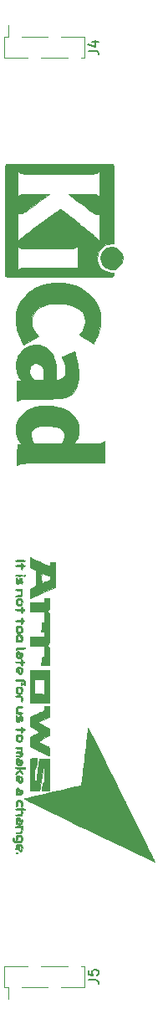
<source format=gto>
G04 #@! TF.GenerationSoftware,KiCad,Pcbnew,(5.0.2)-1*
G04 #@! TF.CreationDate,2019-10-12T15:34:41+09:00*
G04 #@! TF.ProjectId,relay,72656c61-792e-46b6-9963-61645f706362,rev?*
G04 #@! TF.SameCoordinates,Original*
G04 #@! TF.FileFunction,Legend,Top*
G04 #@! TF.FilePolarity,Positive*
%FSLAX46Y46*%
G04 Gerber Fmt 4.6, Leading zero omitted, Abs format (unit mm)*
G04 Created by KiCad (PCBNEW (5.0.2)-1) date 2019/10/12 15:34:41*
%MOMM*%
%LPD*%
G01*
G04 APERTURE LIST*
%ADD10C,0.120000*%
%ADD11C,0.010000*%
%ADD12C,0.150000*%
G04 APERTURE END LIST*
D10*
G04 #@! TO.C,J5*
X140940000Y-143060000D02*
X140940000Y-140940000D01*
X149060000Y-143060000D02*
X149060000Y-140940000D01*
X140940000Y-140940000D02*
X143315000Y-140940000D01*
X141315000Y-143060000D02*
X141315000Y-144290000D01*
X140940000Y-143060000D02*
X141315000Y-143060000D01*
X148685000Y-140940000D02*
X149060000Y-140940000D01*
X144685000Y-140940000D02*
X147315000Y-140940000D01*
X142685000Y-143060000D02*
X145315000Y-143060000D01*
X146685000Y-143060000D02*
X149060000Y-143060000D01*
G04 #@! TO.C,J4*
X140940000Y-49060000D02*
X140940000Y-46940000D01*
X149060000Y-49060000D02*
X149060000Y-46940000D01*
X142685000Y-46940000D02*
X145315000Y-46940000D01*
X146685000Y-46940000D02*
X149060000Y-46940000D01*
X140940000Y-49060000D02*
X143315000Y-49060000D01*
X141315000Y-46940000D02*
X141315000Y-45710000D01*
X140940000Y-46940000D02*
X141315000Y-46940000D01*
X148685000Y-49060000D02*
X149060000Y-49060000D01*
X144685000Y-49060000D02*
X147315000Y-49060000D01*
D11*
G04 #@! TO.C,G\002A\002A\002A*
G36*
X144758200Y-123204200D02*
X144771415Y-122975600D01*
X144794126Y-122678933D01*
X144823436Y-122475514D01*
X144861122Y-122357103D01*
X144908957Y-122315463D01*
X144913713Y-122315200D01*
X144942929Y-122299083D01*
X144963449Y-122241447D01*
X144976656Y-122128360D01*
X144983933Y-121945891D01*
X144986662Y-121680110D01*
X144986800Y-121578600D01*
X144983266Y-121256503D01*
X144971962Y-121029748D01*
X144951833Y-120892300D01*
X144921828Y-120838121D01*
X144880892Y-120861177D01*
X144865515Y-120883553D01*
X144851048Y-120944070D01*
X144825024Y-121089990D01*
X144789890Y-121306086D01*
X144748093Y-121577131D01*
X144702079Y-121887898D01*
X144683908Y-122013853D01*
X144636949Y-122337419D01*
X144593507Y-122628654D01*
X144556009Y-122871932D01*
X144526880Y-123051629D01*
X144508547Y-123152119D01*
X144504986Y-123166100D01*
X144453783Y-123199253D01*
X144322973Y-123219811D01*
X144103483Y-123228910D01*
X143997795Y-123229600D01*
X143513600Y-123229600D01*
X143513600Y-121612466D01*
X143514627Y-121216830D01*
X143517537Y-120854133D01*
X143522076Y-120536767D01*
X143527990Y-120277125D01*
X143535025Y-120087601D01*
X143542927Y-119980586D01*
X143547467Y-119961466D01*
X143612432Y-119943838D01*
X143748031Y-119931590D01*
X143903067Y-119927600D01*
X144224800Y-119927600D01*
X144221035Y-120168900D01*
X144207020Y-120452671D01*
X144176409Y-120671603D01*
X144131739Y-120813775D01*
X144075547Y-120867267D01*
X144072400Y-120867400D01*
X144037060Y-120914413D01*
X144008926Y-121040766D01*
X143988379Y-121224428D01*
X143975797Y-121443368D01*
X143971561Y-121675556D01*
X143976051Y-121898961D01*
X143989646Y-122091552D01*
X144012727Y-122231299D01*
X144045673Y-122296170D01*
X144047751Y-122297117D01*
X144126519Y-122314127D01*
X144146504Y-122308775D01*
X144158848Y-122255257D01*
X144183201Y-122115422D01*
X144217299Y-121903544D01*
X144258878Y-121633898D01*
X144305674Y-121320761D01*
X144334813Y-121121400D01*
X144504200Y-119953000D01*
X145469400Y-119953000D01*
X145469400Y-123204200D01*
X144758200Y-123204200D01*
X144758200Y-123204200D01*
G37*
X144758200Y-123204200D02*
X144771415Y-122975600D01*
X144794126Y-122678933D01*
X144823436Y-122475514D01*
X144861122Y-122357103D01*
X144908957Y-122315463D01*
X144913713Y-122315200D01*
X144942929Y-122299083D01*
X144963449Y-122241447D01*
X144976656Y-122128360D01*
X144983933Y-121945891D01*
X144986662Y-121680110D01*
X144986800Y-121578600D01*
X144983266Y-121256503D01*
X144971962Y-121029748D01*
X144951833Y-120892300D01*
X144921828Y-120838121D01*
X144880892Y-120861177D01*
X144865515Y-120883553D01*
X144851048Y-120944070D01*
X144825024Y-121089990D01*
X144789890Y-121306086D01*
X144748093Y-121577131D01*
X144702079Y-121887898D01*
X144683908Y-122013853D01*
X144636949Y-122337419D01*
X144593507Y-122628654D01*
X144556009Y-122871932D01*
X144526880Y-123051629D01*
X144508547Y-123152119D01*
X144504986Y-123166100D01*
X144453783Y-123199253D01*
X144322973Y-123219811D01*
X144103483Y-123228910D01*
X143997795Y-123229600D01*
X143513600Y-123229600D01*
X143513600Y-121612466D01*
X143514627Y-121216830D01*
X143517537Y-120854133D01*
X143522076Y-120536767D01*
X143527990Y-120277125D01*
X143535025Y-120087601D01*
X143542927Y-119980586D01*
X143547467Y-119961466D01*
X143612432Y-119943838D01*
X143748031Y-119931590D01*
X143903067Y-119927600D01*
X144224800Y-119927600D01*
X144221035Y-120168900D01*
X144207020Y-120452671D01*
X144176409Y-120671603D01*
X144131739Y-120813775D01*
X144075547Y-120867267D01*
X144072400Y-120867400D01*
X144037060Y-120914413D01*
X144008926Y-121040766D01*
X143988379Y-121224428D01*
X143975797Y-121443368D01*
X143971561Y-121675556D01*
X143976051Y-121898961D01*
X143989646Y-122091552D01*
X144012727Y-122231299D01*
X144045673Y-122296170D01*
X144047751Y-122297117D01*
X144126519Y-122314127D01*
X144146504Y-122308775D01*
X144158848Y-122255257D01*
X144183201Y-122115422D01*
X144217299Y-121903544D01*
X144258878Y-121633898D01*
X144305674Y-121320761D01*
X144334813Y-121121400D01*
X144504200Y-119953000D01*
X145469400Y-119953000D01*
X145469400Y-123204200D01*
X144758200Y-123204200D01*
G36*
X144911916Y-117894873D02*
X144698404Y-118016854D01*
X144525568Y-118123388D01*
X144408578Y-118204514D01*
X144362603Y-118250272D01*
X144363725Y-118254799D01*
X144423860Y-118289524D01*
X144555440Y-118355072D01*
X144737065Y-118441014D01*
X144885200Y-118508938D01*
X145092818Y-118604668D01*
X145268953Y-118689077D01*
X145390793Y-118751053D01*
X145431300Y-118774942D01*
X145458511Y-118840112D01*
X145479090Y-118971396D01*
X145492184Y-119140325D01*
X145496942Y-119318428D01*
X145492512Y-119477236D01*
X145478042Y-119588276D01*
X145456700Y-119623869D01*
X145401089Y-119603797D01*
X145267674Y-119547128D01*
X145070743Y-119460190D01*
X144824581Y-119349308D01*
X144543473Y-119220810D01*
X144466100Y-119185147D01*
X143513600Y-118745356D01*
X143513614Y-118282378D01*
X143513627Y-117819400D01*
X143996214Y-117547899D01*
X144191270Y-117436648D01*
X144348533Y-117344071D01*
X144449956Y-117280982D01*
X144478800Y-117258763D01*
X144437823Y-117227554D01*
X144326722Y-117156438D01*
X144163245Y-117056508D01*
X143996200Y-116957101D01*
X143513600Y-116673076D01*
X143513600Y-115756032D01*
X144085100Y-115489306D01*
X144322142Y-115379511D01*
X144540890Y-115279691D01*
X144716503Y-115201088D01*
X144821700Y-115155927D01*
X144925692Y-115103751D01*
X144973493Y-115034670D01*
X144986485Y-114911241D01*
X144986800Y-114866836D01*
X144986800Y-114644400D01*
X145498238Y-114644400D01*
X145483819Y-115186611D01*
X145469400Y-115728823D01*
X144897874Y-115984145D01*
X144683505Y-116084037D01*
X144512086Y-116171876D01*
X144399955Y-116238690D01*
X144363447Y-116275507D01*
X144364474Y-116277087D01*
X144421620Y-116315257D01*
X144548918Y-116391276D01*
X144727463Y-116494089D01*
X144936000Y-116611333D01*
X145469400Y-116907957D01*
X145484191Y-117239267D01*
X145498982Y-117570578D01*
X144911916Y-117894873D01*
X144911916Y-117894873D01*
G37*
X144911916Y-117894873D02*
X144698404Y-118016854D01*
X144525568Y-118123388D01*
X144408578Y-118204514D01*
X144362603Y-118250272D01*
X144363725Y-118254799D01*
X144423860Y-118289524D01*
X144555440Y-118355072D01*
X144737065Y-118441014D01*
X144885200Y-118508938D01*
X145092818Y-118604668D01*
X145268953Y-118689077D01*
X145390793Y-118751053D01*
X145431300Y-118774942D01*
X145458511Y-118840112D01*
X145479090Y-118971396D01*
X145492184Y-119140325D01*
X145496942Y-119318428D01*
X145492512Y-119477236D01*
X145478042Y-119588276D01*
X145456700Y-119623869D01*
X145401089Y-119603797D01*
X145267674Y-119547128D01*
X145070743Y-119460190D01*
X144824581Y-119349308D01*
X144543473Y-119220810D01*
X144466100Y-119185147D01*
X143513600Y-118745356D01*
X143513614Y-118282378D01*
X143513627Y-117819400D01*
X143996214Y-117547899D01*
X144191270Y-117436648D01*
X144348533Y-117344071D01*
X144449956Y-117280982D01*
X144478800Y-117258763D01*
X144437823Y-117227554D01*
X144326722Y-117156438D01*
X144163245Y-117056508D01*
X143996200Y-116957101D01*
X143513600Y-116673076D01*
X143513600Y-115756032D01*
X144085100Y-115489306D01*
X144322142Y-115379511D01*
X144540890Y-115279691D01*
X144716503Y-115201088D01*
X144821700Y-115155927D01*
X144925692Y-115103751D01*
X144973493Y-115034670D01*
X144986485Y-114911241D01*
X144986800Y-114866836D01*
X144986800Y-114644400D01*
X145498238Y-114644400D01*
X145483819Y-115186611D01*
X145469400Y-115728823D01*
X144897874Y-115984145D01*
X144683505Y-116084037D01*
X144512086Y-116171876D01*
X144399955Y-116238690D01*
X144363447Y-116275507D01*
X144364474Y-116277087D01*
X144421620Y-116315257D01*
X144548918Y-116391276D01*
X144727463Y-116494089D01*
X144936000Y-116611333D01*
X145469400Y-116907957D01*
X145484191Y-117239267D01*
X145498982Y-117570578D01*
X144911916Y-117894873D01*
G36*
X145482795Y-112650500D02*
X145469400Y-114314200D01*
X144491500Y-114327996D01*
X143513600Y-114341793D01*
X143513600Y-110986800D01*
X144986800Y-110986800D01*
X144986800Y-111901200D01*
X144512667Y-111901200D01*
X144302176Y-111904751D01*
X144131484Y-111914278D01*
X144025104Y-111928085D01*
X144003332Y-111936401D01*
X143991591Y-111997358D01*
X143983539Y-112140528D01*
X143979722Y-112346575D01*
X143980687Y-112596162D01*
X143982165Y-112685701D01*
X143996200Y-113399800D01*
X144491500Y-113414339D01*
X144986800Y-113428879D01*
X144986800Y-111901200D01*
X144986800Y-110986800D01*
X145496189Y-110986800D01*
X145482795Y-112650500D01*
X145482795Y-112650500D01*
G37*
X145482795Y-112650500D02*
X145469400Y-114314200D01*
X144491500Y-114327996D01*
X143513600Y-114341793D01*
X143513600Y-110986800D01*
X144986800Y-110986800D01*
X144986800Y-111901200D01*
X144512667Y-111901200D01*
X144302176Y-111904751D01*
X144131484Y-111914278D01*
X144025104Y-111928085D01*
X144003332Y-111936401D01*
X143991591Y-111997358D01*
X143983539Y-112140528D01*
X143979722Y-112346575D01*
X143980687Y-112596162D01*
X143982165Y-112685701D01*
X143996200Y-113399800D01*
X144491500Y-113414339D01*
X144986800Y-113428879D01*
X144986800Y-111901200D01*
X144986800Y-110986800D01*
X145496189Y-110986800D01*
X145482795Y-112650500D01*
G36*
X144675018Y-110529600D02*
X144710389Y-110110500D01*
X144730793Y-109883590D01*
X144750148Y-109739302D01*
X144775163Y-109658956D01*
X144812543Y-109623870D01*
X144868994Y-109615363D01*
X144888199Y-109615200D01*
X144932230Y-109607829D01*
X144960792Y-109573781D01*
X144977196Y-109495146D01*
X144984752Y-109354019D01*
X144986770Y-109132491D01*
X144986800Y-109081800D01*
X144986800Y-108548400D01*
X143513600Y-108548400D01*
X143513600Y-108115005D01*
X143518569Y-107884241D01*
X143534951Y-107740031D01*
X143564959Y-107667748D01*
X143583230Y-107654892D01*
X143658068Y-107646021D01*
X143812952Y-107640845D01*
X144026383Y-107639690D01*
X144276861Y-107642881D01*
X144317654Y-107643786D01*
X144982450Y-107659400D01*
X145012200Y-107202200D01*
X145469400Y-107202200D01*
X145483960Y-107730346D01*
X145488839Y-107971137D01*
X145485325Y-108133165D01*
X145469990Y-108239146D01*
X145439406Y-108311796D01*
X145390144Y-108373830D01*
X145386205Y-108378046D01*
X145273890Y-108497600D01*
X145384345Y-108615174D01*
X145424069Y-108662710D01*
X145452935Y-108718554D01*
X145472668Y-108798580D01*
X145484994Y-108918665D01*
X145491640Y-109094685D01*
X145494332Y-109342518D01*
X145494800Y-109631174D01*
X145494800Y-110529600D01*
X144675018Y-110529600D01*
X144675018Y-110529600D01*
G37*
X144675018Y-110529600D02*
X144710389Y-110110500D01*
X144730793Y-109883590D01*
X144750148Y-109739302D01*
X144775163Y-109658956D01*
X144812543Y-109623870D01*
X144868994Y-109615363D01*
X144888199Y-109615200D01*
X144932230Y-109607829D01*
X144960792Y-109573781D01*
X144977196Y-109495146D01*
X144984752Y-109354019D01*
X144986770Y-109132491D01*
X144986800Y-109081800D01*
X144986800Y-108548400D01*
X143513600Y-108548400D01*
X143513600Y-108115005D01*
X143518569Y-107884241D01*
X143534951Y-107740031D01*
X143564959Y-107667748D01*
X143583230Y-107654892D01*
X143658068Y-107646021D01*
X143812952Y-107640845D01*
X144026383Y-107639690D01*
X144276861Y-107642881D01*
X144317654Y-107643786D01*
X144982450Y-107659400D01*
X145012200Y-107202200D01*
X145469400Y-107202200D01*
X145483960Y-107730346D01*
X145488839Y-107971137D01*
X145485325Y-108133165D01*
X145469990Y-108239146D01*
X145439406Y-108311796D01*
X145390144Y-108373830D01*
X145386205Y-108378046D01*
X145273890Y-108497600D01*
X145384345Y-108615174D01*
X145424069Y-108662710D01*
X145452935Y-108718554D01*
X145472668Y-108798580D01*
X145484994Y-108918665D01*
X145491640Y-109094685D01*
X145494332Y-109342518D01*
X145494800Y-109631174D01*
X145494800Y-110529600D01*
X144675018Y-110529600D01*
G36*
X145492729Y-104522511D02*
X145484350Y-104690957D01*
X145466414Y-104799481D01*
X145435671Y-104868899D01*
X145394664Y-104914875D01*
X145329087Y-104981928D01*
X145326650Y-105036730D01*
X145387353Y-105123499D01*
X145394664Y-105132799D01*
X145430782Y-105186676D01*
X145457057Y-105253271D01*
X145475029Y-105348506D01*
X145486240Y-105488305D01*
X145492230Y-105688590D01*
X145494540Y-105965285D01*
X145494800Y-106167650D01*
X145494800Y-107075200D01*
X144667527Y-107075200D01*
X144700164Y-106762948D01*
X144717973Y-106568910D01*
X144729828Y-106394460D01*
X144732800Y-106305748D01*
X144748194Y-106200306D01*
X144812350Y-106163322D01*
X144859800Y-106160800D01*
X144986800Y-106160800D01*
X144986800Y-105094000D01*
X143513600Y-105094000D01*
X143513600Y-104179600D01*
X144986800Y-104179600D01*
X144986800Y-103722400D01*
X145494800Y-103722400D01*
X145494800Y-104273326D01*
X145492729Y-104522511D01*
X145492729Y-104522511D01*
G37*
X145492729Y-104522511D02*
X145484350Y-104690957D01*
X145466414Y-104799481D01*
X145435671Y-104868899D01*
X145394664Y-104914875D01*
X145329087Y-104981928D01*
X145326650Y-105036730D01*
X145387353Y-105123499D01*
X145394664Y-105132799D01*
X145430782Y-105186676D01*
X145457057Y-105253271D01*
X145475029Y-105348506D01*
X145486240Y-105488305D01*
X145492230Y-105688590D01*
X145494540Y-105965285D01*
X145494800Y-106167650D01*
X145494800Y-107075200D01*
X144667527Y-107075200D01*
X144700164Y-106762948D01*
X144717973Y-106568910D01*
X144729828Y-106394460D01*
X144732800Y-106305748D01*
X144748194Y-106200306D01*
X144812350Y-106163322D01*
X144859800Y-106160800D01*
X144986800Y-106160800D01*
X144986800Y-105094000D01*
X143513600Y-105094000D01*
X143513600Y-104179600D01*
X144986800Y-104179600D01*
X144986800Y-103722400D01*
X145494800Y-103722400D01*
X145494800Y-104273326D01*
X145492729Y-104522511D01*
G36*
X146092573Y-101338810D02*
X146079000Y-102612820D01*
X144809166Y-103167610D01*
X144475479Y-103313200D01*
X144173662Y-103444506D01*
X143915805Y-103556299D01*
X143713995Y-103643351D01*
X143580320Y-103700434D01*
X143526868Y-103722320D01*
X143526466Y-103722400D01*
X143520954Y-103675266D01*
X143516622Y-103548527D01*
X143514053Y-103364175D01*
X143513600Y-103236614D01*
X143513600Y-102750828D01*
X143845085Y-102600525D01*
X144176569Y-102450223D01*
X144162585Y-101659713D01*
X144148600Y-100869202D01*
X143831708Y-100733701D01*
X143514815Y-100598200D01*
X143514208Y-100102218D01*
X143513600Y-99606236D01*
X143678700Y-99676910D01*
X143778946Y-99720235D01*
X143953308Y-99796019D01*
X144182818Y-99896000D01*
X144448510Y-100011917D01*
X144671664Y-100109392D01*
X144711290Y-100126542D01*
X144711290Y-101131600D01*
X144699266Y-101178898D01*
X144689635Y-101306802D01*
X144683547Y-101494326D01*
X144682000Y-101665000D01*
X144686125Y-101883956D01*
X144697278Y-102059357D01*
X144713631Y-102170218D01*
X144728519Y-102198400D01*
X144793061Y-102178696D01*
X144925899Y-102126045D01*
X145103105Y-102050130D01*
X145185719Y-102013317D01*
X145382169Y-101922587D01*
X145503363Y-101856547D01*
X145567397Y-101799794D01*
X145592368Y-101736924D01*
X145596400Y-101663746D01*
X145591365Y-101584025D01*
X145564319Y-101524063D01*
X145497351Y-101469281D01*
X145372550Y-101405099D01*
X145172004Y-101316937D01*
X145168490Y-101315428D01*
X144977513Y-101234672D01*
X144823560Y-101171984D01*
X144729111Y-101136401D01*
X144711290Y-101131600D01*
X144711290Y-100126542D01*
X144941614Y-100226231D01*
X145180253Y-100327363D01*
X145371680Y-100406224D01*
X145499993Y-100456247D01*
X145547964Y-100471199D01*
X145578297Y-100426126D01*
X145595166Y-100313530D01*
X145596400Y-100268000D01*
X145596400Y-100064800D01*
X146106145Y-100064800D01*
X146092573Y-101338810D01*
X146092573Y-101338810D01*
G37*
X146092573Y-101338810D02*
X146079000Y-102612820D01*
X144809166Y-103167610D01*
X144475479Y-103313200D01*
X144173662Y-103444506D01*
X143915805Y-103556299D01*
X143713995Y-103643351D01*
X143580320Y-103700434D01*
X143526868Y-103722320D01*
X143526466Y-103722400D01*
X143520954Y-103675266D01*
X143516622Y-103548527D01*
X143514053Y-103364175D01*
X143513600Y-103236614D01*
X143513600Y-102750828D01*
X143845085Y-102600525D01*
X144176569Y-102450223D01*
X144162585Y-101659713D01*
X144148600Y-100869202D01*
X143831708Y-100733701D01*
X143514815Y-100598200D01*
X143514208Y-100102218D01*
X143513600Y-99606236D01*
X143678700Y-99676910D01*
X143778946Y-99720235D01*
X143953308Y-99796019D01*
X144182818Y-99896000D01*
X144448510Y-100011917D01*
X144671664Y-100109392D01*
X144711290Y-100126542D01*
X144711290Y-101131600D01*
X144699266Y-101178898D01*
X144689635Y-101306802D01*
X144683547Y-101494326D01*
X144682000Y-101665000D01*
X144686125Y-101883956D01*
X144697278Y-102059357D01*
X144713631Y-102170218D01*
X144728519Y-102198400D01*
X144793061Y-102178696D01*
X144925899Y-102126045D01*
X145103105Y-102050130D01*
X145185719Y-102013317D01*
X145382169Y-101922587D01*
X145503363Y-101856547D01*
X145567397Y-101799794D01*
X145592368Y-101736924D01*
X145596400Y-101663746D01*
X145591365Y-101584025D01*
X145564319Y-101524063D01*
X145497351Y-101469281D01*
X145372550Y-101405099D01*
X145172004Y-101316937D01*
X145168490Y-101315428D01*
X144977513Y-101234672D01*
X144823560Y-101171984D01*
X144729111Y-101136401D01*
X144711290Y-101131600D01*
X144711290Y-100126542D01*
X144941614Y-100226231D01*
X145180253Y-100327363D01*
X145371680Y-100406224D01*
X145499993Y-100456247D01*
X145547964Y-100471199D01*
X145578297Y-100426126D01*
X145595166Y-100313530D01*
X145596400Y-100268000D01*
X145596400Y-100064800D01*
X146106145Y-100064800D01*
X146092573Y-101338810D01*
G36*
X156091281Y-130363743D02*
X155959740Y-130302500D01*
X155749172Y-130203030D01*
X155465801Y-130068331D01*
X155115847Y-129901398D01*
X154705534Y-129705230D01*
X154241083Y-129482823D01*
X153728717Y-129237175D01*
X153174659Y-128971284D01*
X152585130Y-128688146D01*
X151966354Y-128390758D01*
X151324552Y-128082118D01*
X150665946Y-127765224D01*
X149996760Y-127443071D01*
X149323215Y-127118658D01*
X148651534Y-126794982D01*
X147987939Y-126475040D01*
X147338652Y-126161829D01*
X146709896Y-125858346D01*
X146107893Y-125567589D01*
X145538865Y-125292555D01*
X145009035Y-125036241D01*
X144524625Y-124801645D01*
X144091858Y-124591763D01*
X143716955Y-124409592D01*
X143406139Y-124258131D01*
X143165633Y-124140377D01*
X143001658Y-124059325D01*
X142920437Y-124017975D01*
X142912872Y-124013565D01*
X142939052Y-123991061D01*
X142989072Y-123972610D01*
X143054662Y-123956495D01*
X143210185Y-123920249D01*
X143446434Y-123865964D01*
X143754204Y-123795733D01*
X144124288Y-123711649D01*
X144547480Y-123615804D01*
X145014574Y-123510292D01*
X145516362Y-123397205D01*
X145891781Y-123312758D01*
X146409987Y-123196046D01*
X146897869Y-123085702D01*
X147346537Y-122983770D01*
X147747099Y-122892291D01*
X148090665Y-122813307D01*
X148368345Y-122748860D01*
X148571247Y-122700992D01*
X148690480Y-122671745D01*
X148719625Y-122663286D01*
X148728566Y-122610956D01*
X148747957Y-122466686D01*
X148776707Y-122239478D01*
X148813729Y-121938333D01*
X148857933Y-121572255D01*
X148908232Y-121150244D01*
X148963535Y-120681305D01*
X149022754Y-120174438D01*
X149071424Y-119754553D01*
X149132897Y-119224286D01*
X149191208Y-118724952D01*
X149245279Y-118265541D01*
X149294032Y-117855041D01*
X149336389Y-117502440D01*
X149371271Y-117216726D01*
X149397600Y-117006887D01*
X149414297Y-116881913D01*
X149419966Y-116849101D01*
X149443834Y-116892074D01*
X149510375Y-117021074D01*
X149617097Y-117231118D01*
X149761507Y-117517225D01*
X149941113Y-117874411D01*
X150153422Y-118297694D01*
X150395943Y-118782091D01*
X150666183Y-119322622D01*
X150961649Y-119914302D01*
X151279850Y-120552150D01*
X151618292Y-121231183D01*
X151974484Y-121946419D01*
X152345934Y-122692875D01*
X152730148Y-123465570D01*
X152796377Y-123598823D01*
X153182365Y-124375883D01*
X153555556Y-125127984D01*
X153913483Y-125850116D01*
X154253677Y-126537264D01*
X154573670Y-127184419D01*
X154870995Y-127786567D01*
X155143182Y-128338698D01*
X155387765Y-128835799D01*
X155602275Y-129272857D01*
X155784244Y-129644863D01*
X155931204Y-129946802D01*
X156040686Y-130173664D01*
X156110224Y-130320437D01*
X156137348Y-130382109D01*
X156137573Y-130383761D01*
X156091281Y-130363743D01*
X156091281Y-130363743D01*
G37*
X156091281Y-130363743D02*
X155959740Y-130302500D01*
X155749172Y-130203030D01*
X155465801Y-130068331D01*
X155115847Y-129901398D01*
X154705534Y-129705230D01*
X154241083Y-129482823D01*
X153728717Y-129237175D01*
X153174659Y-128971284D01*
X152585130Y-128688146D01*
X151966354Y-128390758D01*
X151324552Y-128082118D01*
X150665946Y-127765224D01*
X149996760Y-127443071D01*
X149323215Y-127118658D01*
X148651534Y-126794982D01*
X147987939Y-126475040D01*
X147338652Y-126161829D01*
X146709896Y-125858346D01*
X146107893Y-125567589D01*
X145538865Y-125292555D01*
X145009035Y-125036241D01*
X144524625Y-124801645D01*
X144091858Y-124591763D01*
X143716955Y-124409592D01*
X143406139Y-124258131D01*
X143165633Y-124140377D01*
X143001658Y-124059325D01*
X142920437Y-124017975D01*
X142912872Y-124013565D01*
X142939052Y-123991061D01*
X142989072Y-123972610D01*
X143054662Y-123956495D01*
X143210185Y-123920249D01*
X143446434Y-123865964D01*
X143754204Y-123795733D01*
X144124288Y-123711649D01*
X144547480Y-123615804D01*
X145014574Y-123510292D01*
X145516362Y-123397205D01*
X145891781Y-123312758D01*
X146409987Y-123196046D01*
X146897869Y-123085702D01*
X147346537Y-122983770D01*
X147747099Y-122892291D01*
X148090665Y-122813307D01*
X148368345Y-122748860D01*
X148571247Y-122700992D01*
X148690480Y-122671745D01*
X148719625Y-122663286D01*
X148728566Y-122610956D01*
X148747957Y-122466686D01*
X148776707Y-122239478D01*
X148813729Y-121938333D01*
X148857933Y-121572255D01*
X148908232Y-121150244D01*
X148963535Y-120681305D01*
X149022754Y-120174438D01*
X149071424Y-119754553D01*
X149132897Y-119224286D01*
X149191208Y-118724952D01*
X149245279Y-118265541D01*
X149294032Y-117855041D01*
X149336389Y-117502440D01*
X149371271Y-117216726D01*
X149397600Y-117006887D01*
X149414297Y-116881913D01*
X149419966Y-116849101D01*
X149443834Y-116892074D01*
X149510375Y-117021074D01*
X149617097Y-117231118D01*
X149761507Y-117517225D01*
X149941113Y-117874411D01*
X150153422Y-118297694D01*
X150395943Y-118782091D01*
X150666183Y-119322622D01*
X150961649Y-119914302D01*
X151279850Y-120552150D01*
X151618292Y-121231183D01*
X151974484Y-121946419D01*
X152345934Y-122692875D01*
X152730148Y-123465570D01*
X152796377Y-123598823D01*
X153182365Y-124375883D01*
X153555556Y-125127984D01*
X153913483Y-125850116D01*
X154253677Y-126537264D01*
X154573670Y-127184419D01*
X154870995Y-127786567D01*
X155143182Y-128338698D01*
X155387765Y-128835799D01*
X155602275Y-129272857D01*
X155784244Y-129644863D01*
X155931204Y-129946802D01*
X156040686Y-130173664D01*
X156110224Y-130320437D01*
X156137348Y-130382109D01*
X156137573Y-130383761D01*
X156091281Y-130363743D01*
G36*
X143015737Y-101478349D02*
X142980200Y-101487200D01*
X142912851Y-101446536D01*
X142904000Y-101411000D01*
X142944664Y-101343650D01*
X142980200Y-101334800D01*
X143047550Y-101375463D01*
X143056400Y-101411000D01*
X143015737Y-101478349D01*
X143015737Y-101478349D01*
G37*
X143015737Y-101478349D02*
X142980200Y-101487200D01*
X142912851Y-101446536D01*
X142904000Y-101411000D01*
X142944664Y-101343650D01*
X142980200Y-101334800D01*
X143047550Y-101375463D01*
X143056400Y-101411000D01*
X143015737Y-101478349D01*
G36*
X142735077Y-112515303D02*
X142682340Y-112561278D01*
X142675400Y-112561600D01*
X142619042Y-112523044D01*
X142599338Y-112399993D01*
X142599200Y-112383800D01*
X142615724Y-112252296D01*
X142668461Y-112206321D01*
X142675400Y-112206000D01*
X142731759Y-112244555D01*
X142751463Y-112367606D01*
X142751600Y-112383800D01*
X142735077Y-112515303D01*
X142735077Y-112515303D01*
G37*
X142735077Y-112515303D02*
X142682340Y-112561278D01*
X142675400Y-112561600D01*
X142619042Y-112523044D01*
X142599338Y-112399993D01*
X142599200Y-112383800D01*
X142615724Y-112252296D01*
X142668461Y-112206321D01*
X142675400Y-112206000D01*
X142731759Y-112244555D01*
X142751463Y-112367606D01*
X142751600Y-112383800D01*
X142735077Y-112515303D01*
G36*
X142202410Y-129574221D02*
X142167400Y-129579600D01*
X142097340Y-129548402D01*
X142109894Y-129478264D01*
X142123686Y-129462447D01*
X142187011Y-129452174D01*
X142238356Y-129503662D01*
X142243600Y-129531798D01*
X142202410Y-129574221D01*
X142202410Y-129574221D01*
G37*
X142202410Y-129574221D02*
X142167400Y-129579600D01*
X142097340Y-129548402D01*
X142109894Y-129478264D01*
X142123686Y-129462447D01*
X142187011Y-129452174D01*
X142238356Y-129503662D01*
X142243600Y-129531798D01*
X142202410Y-129574221D01*
G36*
X142737169Y-118067253D02*
X142683149Y-118184023D01*
X142573454Y-118239071D01*
X142421400Y-118251200D01*
X142274670Y-118237141D01*
X142168155Y-118202189D01*
X142152161Y-118190240D01*
X142113754Y-118098946D01*
X142094925Y-117948454D01*
X142095674Y-117779262D01*
X142116000Y-117631867D01*
X142152160Y-117550160D01*
X142248874Y-117507820D01*
X142307765Y-117501265D01*
X142307765Y-117646118D01*
X142259620Y-117674082D01*
X142244719Y-117760536D01*
X142243600Y-117866981D01*
X142247174Y-118008718D01*
X142272167Y-118076314D01*
X142339986Y-118097230D01*
X142424321Y-118098800D01*
X142605042Y-118098800D01*
X142589421Y-117882900D01*
X142573227Y-117746361D01*
X142535130Y-117680838D01*
X142451301Y-117655768D01*
X142408700Y-117651081D01*
X142307765Y-117646118D01*
X142307765Y-117501265D01*
X142398063Y-117491212D01*
X142553914Y-117500336D01*
X142670615Y-117535191D01*
X142690640Y-117550160D01*
X142725912Y-117633524D01*
X142747923Y-117778103D01*
X142751600Y-117870200D01*
X142737169Y-118067253D01*
X142737169Y-118067253D01*
G37*
X142737169Y-118067253D02*
X142683149Y-118184023D01*
X142573454Y-118239071D01*
X142421400Y-118251200D01*
X142274670Y-118237141D01*
X142168155Y-118202189D01*
X142152161Y-118190240D01*
X142113754Y-118098946D01*
X142094925Y-117948454D01*
X142095674Y-117779262D01*
X142116000Y-117631867D01*
X142152160Y-117550160D01*
X142248874Y-117507820D01*
X142307765Y-117501265D01*
X142307765Y-117646118D01*
X142259620Y-117674082D01*
X142244719Y-117760536D01*
X142243600Y-117866981D01*
X142247174Y-118008718D01*
X142272167Y-118076314D01*
X142339986Y-118097230D01*
X142424321Y-118098800D01*
X142605042Y-118098800D01*
X142589421Y-117882900D01*
X142573227Y-117746361D01*
X142535130Y-117680838D01*
X142451301Y-117655768D01*
X142408700Y-117651081D01*
X142307765Y-117646118D01*
X142307765Y-117501265D01*
X142398063Y-117491212D01*
X142553914Y-117500336D01*
X142670615Y-117535191D01*
X142690640Y-117550160D01*
X142725912Y-117633524D01*
X142747923Y-117778103D01*
X142751600Y-117870200D01*
X142737169Y-118067253D01*
G36*
X142735786Y-109644967D02*
X142677222Y-109757575D01*
X142559224Y-109808944D01*
X142421400Y-109818400D01*
X142274670Y-109804341D01*
X142168155Y-109769389D01*
X142152161Y-109757440D01*
X142113754Y-109666146D01*
X142094925Y-109515654D01*
X142095674Y-109346462D01*
X142116000Y-109199067D01*
X142152160Y-109117360D01*
X142263689Y-109061208D01*
X142378894Y-109087882D01*
X142477250Y-109181534D01*
X142538229Y-109326314D01*
X142548400Y-109423303D01*
X142525272Y-109535861D01*
X142473159Y-109566140D01*
X142417967Y-109517353D01*
X142386519Y-109403212D01*
X142355537Y-109263175D01*
X142310638Y-109216680D01*
X142268209Y-109260292D01*
X142244633Y-109390577D01*
X142243600Y-109433166D01*
X142247189Y-109575305D01*
X142271903Y-109643243D01*
X142338665Y-109664379D01*
X142421400Y-109666000D01*
X142530649Y-109661119D01*
X142582381Y-109628046D01*
X142598104Y-109539127D01*
X142599200Y-109437400D01*
X142609173Y-109286726D01*
X142643081Y-109218095D01*
X142675400Y-109208800D01*
X142724196Y-109236994D01*
X142747432Y-109333972D01*
X142751600Y-109452640D01*
X142735786Y-109644967D01*
X142735786Y-109644967D01*
G37*
X142735786Y-109644967D02*
X142677222Y-109757575D01*
X142559224Y-109808944D01*
X142421400Y-109818400D01*
X142274670Y-109804341D01*
X142168155Y-109769389D01*
X142152161Y-109757440D01*
X142113754Y-109666146D01*
X142094925Y-109515654D01*
X142095674Y-109346462D01*
X142116000Y-109199067D01*
X142152160Y-109117360D01*
X142263689Y-109061208D01*
X142378894Y-109087882D01*
X142477250Y-109181534D01*
X142538229Y-109326314D01*
X142548400Y-109423303D01*
X142525272Y-109535861D01*
X142473159Y-109566140D01*
X142417967Y-109517353D01*
X142386519Y-109403212D01*
X142355537Y-109263175D01*
X142310638Y-109216680D01*
X142268209Y-109260292D01*
X142244633Y-109390577D01*
X142243600Y-109433166D01*
X142247189Y-109575305D01*
X142271903Y-109643243D01*
X142338665Y-109664379D01*
X142421400Y-109666000D01*
X142530649Y-109661119D01*
X142582381Y-109628046D01*
X142598104Y-109539127D01*
X142599200Y-109437400D01*
X142609173Y-109286726D01*
X142643081Y-109218095D01*
X142675400Y-109208800D01*
X142724196Y-109236994D01*
X142747432Y-109333972D01*
X142751600Y-109452640D01*
X142735786Y-109644967D01*
G36*
X142737169Y-104300453D02*
X142683149Y-104417223D01*
X142573454Y-104472271D01*
X142421400Y-104484400D01*
X142274670Y-104470341D01*
X142168155Y-104435389D01*
X142152161Y-104423440D01*
X142113754Y-104332146D01*
X142094925Y-104181654D01*
X142095674Y-104012462D01*
X142116000Y-103865067D01*
X142152160Y-103783360D01*
X142248874Y-103741020D01*
X142307765Y-103734465D01*
X142307765Y-103879318D01*
X142259620Y-103907282D01*
X142244719Y-103993736D01*
X142243600Y-104100181D01*
X142247174Y-104241918D01*
X142272167Y-104309514D01*
X142339986Y-104330430D01*
X142424321Y-104332000D01*
X142605042Y-104332000D01*
X142589421Y-104116100D01*
X142573227Y-103979561D01*
X142535130Y-103914038D01*
X142451301Y-103888968D01*
X142408700Y-103884281D01*
X142307765Y-103879318D01*
X142307765Y-103734465D01*
X142398063Y-103724412D01*
X142553914Y-103733536D01*
X142670615Y-103768391D01*
X142690640Y-103783360D01*
X142725912Y-103866724D01*
X142747923Y-104011303D01*
X142751600Y-104103400D01*
X142737169Y-104300453D01*
X142737169Y-104300453D01*
G37*
X142737169Y-104300453D02*
X142683149Y-104417223D01*
X142573454Y-104472271D01*
X142421400Y-104484400D01*
X142274670Y-104470341D01*
X142168155Y-104435389D01*
X142152161Y-104423440D01*
X142113754Y-104332146D01*
X142094925Y-104181654D01*
X142095674Y-104012462D01*
X142116000Y-103865067D01*
X142152160Y-103783360D01*
X142248874Y-103741020D01*
X142307765Y-103734465D01*
X142307765Y-103879318D01*
X142259620Y-103907282D01*
X142244719Y-103993736D01*
X142243600Y-104100181D01*
X142247174Y-104241918D01*
X142272167Y-104309514D01*
X142339986Y-104330430D01*
X142424321Y-104332000D01*
X142605042Y-104332000D01*
X142589421Y-104116100D01*
X142573227Y-103979561D01*
X142535130Y-103914038D01*
X142451301Y-103888968D01*
X142408700Y-103884281D01*
X142307765Y-103879318D01*
X142307765Y-103734465D01*
X142398063Y-103724412D01*
X142553914Y-103733536D01*
X142670615Y-103768391D01*
X142690640Y-103783360D01*
X142725912Y-103866724D01*
X142747923Y-104011303D01*
X142751600Y-104103400D01*
X142737169Y-104300453D01*
G36*
X142733500Y-129198768D02*
X142675683Y-129324711D01*
X142572881Y-129374639D01*
X142541869Y-129376400D01*
X142414188Y-129330715D01*
X142325925Y-129209285D01*
X142294400Y-129042571D01*
X142316867Y-128910631D01*
X142367846Y-128864147D01*
X142422710Y-128905092D01*
X142456282Y-129029587D01*
X142487264Y-129169624D01*
X142532163Y-129216119D01*
X142574592Y-129172507D01*
X142598168Y-129042222D01*
X142599200Y-128999633D01*
X142595612Y-128857494D01*
X142570898Y-128789556D01*
X142504136Y-128768420D01*
X142421400Y-128766800D01*
X142302233Y-128774663D01*
X142253362Y-128819031D01*
X142243623Y-128931066D01*
X142243600Y-128944600D01*
X142232235Y-129067143D01*
X142187867Y-129116588D01*
X142142000Y-129122400D01*
X142063149Y-129117138D01*
X142048530Y-129109700D01*
X142059377Y-129056115D01*
X142075413Y-128941115D01*
X142078081Y-128919403D01*
X142118558Y-128744011D01*
X142198989Y-128649012D01*
X142338168Y-128615431D01*
X142380160Y-128614400D01*
X142573584Y-128631961D01*
X142687899Y-128696647D01*
X142741053Y-128826463D01*
X142751600Y-128987027D01*
X142733500Y-129198768D01*
X142733500Y-129198768D01*
G37*
X142733500Y-129198768D02*
X142675683Y-129324711D01*
X142572881Y-129374639D01*
X142541869Y-129376400D01*
X142414188Y-129330715D01*
X142325925Y-129209285D01*
X142294400Y-129042571D01*
X142316867Y-128910631D01*
X142367846Y-128864147D01*
X142422710Y-128905092D01*
X142456282Y-129029587D01*
X142487264Y-129169624D01*
X142532163Y-129216119D01*
X142574592Y-129172507D01*
X142598168Y-129042222D01*
X142599200Y-128999633D01*
X142595612Y-128857494D01*
X142570898Y-128789556D01*
X142504136Y-128768420D01*
X142421400Y-128766800D01*
X142302233Y-128774663D01*
X142253362Y-128819031D01*
X142243623Y-128931066D01*
X142243600Y-128944600D01*
X142232235Y-129067143D01*
X142187867Y-129116588D01*
X142142000Y-129122400D01*
X142063149Y-129117138D01*
X142048530Y-129109700D01*
X142059377Y-129056115D01*
X142075413Y-128941115D01*
X142078081Y-128919403D01*
X142118558Y-128744011D01*
X142198989Y-128649012D01*
X142338168Y-128615431D01*
X142380160Y-128614400D01*
X142573584Y-128631961D01*
X142687899Y-128696647D01*
X142741053Y-128826463D01*
X142751600Y-128987027D01*
X142733500Y-129198768D01*
G36*
X142734438Y-127308113D02*
X142674057Y-127450426D01*
X142557118Y-127523299D01*
X142370281Y-127540564D01*
X142312482Y-127537903D01*
X142150161Y-127515219D01*
X142086041Y-127479927D01*
X142118977Y-127440711D01*
X142247829Y-127406261D01*
X142331254Y-127395200D01*
X142573800Y-127369800D01*
X142605042Y-126938000D01*
X142322721Y-126938000D01*
X142139529Y-126928608D01*
X142051022Y-126898740D01*
X142051880Y-126845859D01*
X142074267Y-126819466D01*
X142139232Y-126801838D01*
X142274831Y-126789590D01*
X142429867Y-126785600D01*
X142751600Y-126785600D01*
X142751600Y-127082526D01*
X142734438Y-127308113D01*
X142734438Y-127308113D01*
G37*
X142734438Y-127308113D02*
X142674057Y-127450426D01*
X142557118Y-127523299D01*
X142370281Y-127540564D01*
X142312482Y-127537903D01*
X142150161Y-127515219D01*
X142086041Y-127479927D01*
X142118977Y-127440711D01*
X142247829Y-127406261D01*
X142331254Y-127395200D01*
X142573800Y-127369800D01*
X142605042Y-126938000D01*
X142322721Y-126938000D01*
X142139529Y-126928608D01*
X142051022Y-126898740D01*
X142051880Y-126845859D01*
X142074267Y-126819466D01*
X142139232Y-126801838D01*
X142274831Y-126789590D01*
X142429867Y-126785600D01*
X142751600Y-126785600D01*
X142751600Y-127082526D01*
X142734438Y-127308113D01*
G36*
X142740569Y-126432364D02*
X142711853Y-126539345D01*
X142690640Y-126572239D01*
X142590830Y-126616965D01*
X142440693Y-126632181D01*
X142284602Y-126619019D01*
X142166927Y-126578610D01*
X142143063Y-126558280D01*
X142092852Y-126439434D01*
X142073211Y-126270712D01*
X142086412Y-126099815D01*
X142116664Y-126003927D01*
X142205430Y-125903811D01*
X142313979Y-125885252D01*
X142421201Y-125936801D01*
X142505988Y-126047009D01*
X142547229Y-126204425D01*
X142548400Y-126238103D01*
X142525272Y-126350661D01*
X142473159Y-126380940D01*
X142417967Y-126332153D01*
X142386519Y-126218012D01*
X142355537Y-126077975D01*
X142310638Y-126031480D01*
X142268209Y-126075092D01*
X142244633Y-126205377D01*
X142243600Y-126247966D01*
X142247253Y-126390107D01*
X142271930Y-126458046D01*
X142338210Y-126479181D01*
X142418480Y-126480800D01*
X142529344Y-126474156D01*
X142582458Y-126435144D01*
X142603544Y-126335145D01*
X142608980Y-126268848D01*
X142632528Y-126132580D01*
X142672647Y-126046971D01*
X142688100Y-126036014D01*
X142726011Y-126065612D01*
X142747494Y-126163121D01*
X142752398Y-126296164D01*
X142740569Y-126432364D01*
X142740569Y-126432364D01*
G37*
X142740569Y-126432364D02*
X142711853Y-126539345D01*
X142690640Y-126572239D01*
X142590830Y-126616965D01*
X142440693Y-126632181D01*
X142284602Y-126619019D01*
X142166927Y-126578610D01*
X142143063Y-126558280D01*
X142092852Y-126439434D01*
X142073211Y-126270712D01*
X142086412Y-126099815D01*
X142116664Y-126003927D01*
X142205430Y-125903811D01*
X142313979Y-125885252D01*
X142421201Y-125936801D01*
X142505988Y-126047009D01*
X142547229Y-126204425D01*
X142548400Y-126238103D01*
X142525272Y-126350661D01*
X142473159Y-126380940D01*
X142417967Y-126332153D01*
X142386519Y-126218012D01*
X142355537Y-126077975D01*
X142310638Y-126031480D01*
X142268209Y-126075092D01*
X142244633Y-126205377D01*
X142243600Y-126247966D01*
X142247253Y-126390107D01*
X142271930Y-126458046D01*
X142338210Y-126479181D01*
X142418480Y-126480800D01*
X142529344Y-126474156D01*
X142582458Y-126435144D01*
X142603544Y-126335145D01*
X142608980Y-126268848D01*
X142632528Y-126132580D01*
X142672647Y-126046971D01*
X142688100Y-126036014D01*
X142726011Y-126065612D01*
X142747494Y-126163121D01*
X142752398Y-126296164D01*
X142740569Y-126432364D01*
G36*
X142733684Y-125602833D02*
X142668496Y-125704312D01*
X142538879Y-125755439D01*
X142327676Y-125769599D01*
X142326138Y-125769600D01*
X142179978Y-125756967D01*
X142081094Y-125725602D01*
X142047080Y-125685305D01*
X142095532Y-125645877D01*
X142100681Y-125644018D01*
X142192173Y-125625543D01*
X142334626Y-125609117D01*
X142370600Y-125606277D01*
X142501482Y-125590337D01*
X142562468Y-125547897D01*
X142585213Y-125449322D01*
X142589567Y-125401300D01*
X142619835Y-125259554D01*
X142678116Y-125210801D01*
X142678467Y-125210800D01*
X142727578Y-125244724D01*
X142749400Y-125356449D01*
X142751600Y-125437612D01*
X142733684Y-125602833D01*
X142733684Y-125602833D01*
G37*
X142733684Y-125602833D02*
X142668496Y-125704312D01*
X142538879Y-125755439D01*
X142327676Y-125769599D01*
X142326138Y-125769600D01*
X142179978Y-125756967D01*
X142081094Y-125725602D01*
X142047080Y-125685305D01*
X142095532Y-125645877D01*
X142100681Y-125644018D01*
X142192173Y-125625543D01*
X142334626Y-125609117D01*
X142370600Y-125606277D01*
X142501482Y-125590337D01*
X142562468Y-125547897D01*
X142585213Y-125449322D01*
X142589567Y-125401300D01*
X142619835Y-125259554D01*
X142678116Y-125210801D01*
X142678467Y-125210800D01*
X142727578Y-125244724D01*
X142749400Y-125356449D01*
X142751600Y-125437612D01*
X142733684Y-125602833D01*
G36*
X143039068Y-125120220D02*
X142975689Y-125143228D01*
X142849193Y-125155534D01*
X142642510Y-125159851D01*
X142576799Y-125160000D01*
X142310614Y-125153783D01*
X142140180Y-125134315D01*
X142060362Y-125100367D01*
X142066025Y-125050709D01*
X142075648Y-125040085D01*
X142137602Y-125025915D01*
X142276807Y-125014875D01*
X142468926Y-125008528D01*
X142582267Y-125007600D01*
X142810003Y-125010403D01*
X142953388Y-125020652D01*
X143029565Y-125041099D01*
X143055673Y-125074500D01*
X143056400Y-125083800D01*
X143039068Y-125120220D01*
X143039068Y-125120220D01*
G37*
X143039068Y-125120220D02*
X142975689Y-125143228D01*
X142849193Y-125155534D01*
X142642510Y-125159851D01*
X142576799Y-125160000D01*
X142310614Y-125153783D01*
X142140180Y-125134315D01*
X142060362Y-125100367D01*
X142066025Y-125050709D01*
X142075648Y-125040085D01*
X142137602Y-125025915D01*
X142276807Y-125014875D01*
X142468926Y-125008528D01*
X142582267Y-125007600D01*
X142810003Y-125010403D01*
X142953388Y-125020652D01*
X143029565Y-125041099D01*
X143055673Y-125074500D01*
X143056400Y-125083800D01*
X143039068Y-125120220D01*
G36*
X142745271Y-124730317D02*
X142723390Y-124825332D01*
X142681624Y-124855098D01*
X142678055Y-124855200D01*
X142629174Y-124820632D01*
X142599805Y-124707742D01*
X142589155Y-124588500D01*
X142576911Y-124433390D01*
X142552686Y-124354263D01*
X142500418Y-124325585D01*
X142421400Y-124321800D01*
X142332830Y-124327485D01*
X142285626Y-124361466D01*
X142263998Y-124449128D01*
X142253535Y-124591692D01*
X142238030Y-124752011D01*
X142210394Y-124830455D01*
X142163222Y-124846640D01*
X142157660Y-124845692D01*
X142100305Y-124796356D01*
X142074101Y-124667818D01*
X142071526Y-124613515D01*
X142072065Y-124463734D01*
X142080391Y-124353403D01*
X142084344Y-124334115D01*
X142164227Y-124224635D01*
X142306308Y-124159333D01*
X142477883Y-124146114D01*
X142646245Y-124192882D01*
X142653340Y-124196587D01*
X142710509Y-124246368D01*
X142740624Y-124335382D01*
X142751148Y-124490635D01*
X142751600Y-124552187D01*
X142745271Y-124730317D01*
X142745271Y-124730317D01*
G37*
X142745271Y-124730317D02*
X142723390Y-124825332D01*
X142681624Y-124855098D01*
X142678055Y-124855200D01*
X142629174Y-124820632D01*
X142599805Y-124707742D01*
X142589155Y-124588500D01*
X142576911Y-124433390D01*
X142552686Y-124354263D01*
X142500418Y-124325585D01*
X142421400Y-124321800D01*
X142332830Y-124327485D01*
X142285626Y-124361466D01*
X142263998Y-124449128D01*
X142253535Y-124591692D01*
X142238030Y-124752011D01*
X142210394Y-124830455D01*
X142163222Y-124846640D01*
X142157660Y-124845692D01*
X142100305Y-124796356D01*
X142074101Y-124667818D01*
X142071526Y-124613515D01*
X142072065Y-124463734D01*
X142080391Y-124353403D01*
X142084344Y-124334115D01*
X142164227Y-124224635D01*
X142306308Y-124159333D01*
X142477883Y-124146114D01*
X142646245Y-124192882D01*
X142653340Y-124196587D01*
X142710509Y-124246368D01*
X142740624Y-124335382D01*
X142751148Y-124490635D01*
X142751600Y-124552187D01*
X142745271Y-124730317D01*
G36*
X142732185Y-123492918D02*
X142690640Y-123575040D01*
X142606541Y-123611269D01*
X142468425Y-123631061D01*
X142314926Y-123633706D01*
X142184681Y-123618495D01*
X142116832Y-123585574D01*
X142089468Y-123488472D01*
X142075467Y-123336121D01*
X142076369Y-123174183D01*
X142093713Y-123048320D01*
X142098246Y-123034229D01*
X142174592Y-122923634D01*
X142276472Y-122891528D01*
X142384023Y-122925504D01*
X142477383Y-123013156D01*
X142536690Y-123142078D01*
X142542081Y-123299865D01*
X142540199Y-123310272D01*
X142500290Y-123406211D01*
X142448530Y-123413169D01*
X142403654Y-123339052D01*
X142386555Y-123245448D01*
X142360331Y-123103334D01*
X142321403Y-123057594D01*
X142282180Y-123106155D01*
X142255070Y-123246943D01*
X142253380Y-123267700D01*
X142237759Y-123483600D01*
X142418480Y-123483600D01*
X142534180Y-123477618D01*
X142585597Y-123440138D01*
X142598789Y-123341859D01*
X142599200Y-123280400D01*
X142611783Y-123139108D01*
X142653494Y-123080887D01*
X142675400Y-123077200D01*
X142722752Y-123121028D01*
X142748729Y-123228719D01*
X142752237Y-123364580D01*
X142732185Y-123492918D01*
X142732185Y-123492918D01*
G37*
X142732185Y-123492918D02*
X142690640Y-123575040D01*
X142606541Y-123611269D01*
X142468425Y-123631061D01*
X142314926Y-123633706D01*
X142184681Y-123618495D01*
X142116832Y-123585574D01*
X142089468Y-123488472D01*
X142075467Y-123336121D01*
X142076369Y-123174183D01*
X142093713Y-123048320D01*
X142098246Y-123034229D01*
X142174592Y-122923634D01*
X142276472Y-122891528D01*
X142384023Y-122925504D01*
X142477383Y-123013156D01*
X142536690Y-123142078D01*
X142542081Y-123299865D01*
X142540199Y-123310272D01*
X142500290Y-123406211D01*
X142448530Y-123413169D01*
X142403654Y-123339052D01*
X142386555Y-123245448D01*
X142360331Y-123103334D01*
X142321403Y-123057594D01*
X142282180Y-123106155D01*
X142255070Y-123246943D01*
X142253380Y-123267700D01*
X142237759Y-123483600D01*
X142418480Y-123483600D01*
X142534180Y-123477618D01*
X142585597Y-123440138D01*
X142598789Y-123341859D01*
X142599200Y-123280400D01*
X142611783Y-123139108D01*
X142653494Y-123080887D01*
X142675400Y-123077200D01*
X142722752Y-123121028D01*
X142748729Y-123228719D01*
X142752237Y-123364580D01*
X142732185Y-123492918D01*
G36*
X142743861Y-122262580D02*
X142714153Y-122359335D01*
X142652739Y-122415245D01*
X142646594Y-122418623D01*
X142511343Y-122444745D01*
X142395330Y-122385545D01*
X142317175Y-122257297D01*
X142294400Y-122110828D01*
X142314223Y-121964599D01*
X142360343Y-121903061D01*
X142412739Y-121929078D01*
X142451390Y-122045514D01*
X142456434Y-122087661D01*
X142483944Y-122228466D01*
X142524148Y-122272441D01*
X142563714Y-122220964D01*
X142589311Y-122075414D01*
X142589421Y-122073900D01*
X142605042Y-121858000D01*
X142424321Y-121858000D01*
X142304063Y-121865394D01*
X142254095Y-121908174D01*
X142243658Y-122017240D01*
X142243600Y-122039524D01*
X142233086Y-122162014D01*
X142194231Y-122205831D01*
X142159110Y-122204624D01*
X142094873Y-122146167D01*
X142067371Y-122024375D01*
X142081497Y-121872394D01*
X142100645Y-121808544D01*
X142144156Y-121744034D01*
X142231267Y-121713240D01*
X142384204Y-121705600D01*
X142541623Y-121717538D01*
X142659897Y-121747791D01*
X142690640Y-121766560D01*
X142725414Y-121849438D01*
X142747486Y-121994507D01*
X142751600Y-122094972D01*
X142743861Y-122262580D01*
X142743861Y-122262580D01*
G37*
X142743861Y-122262580D02*
X142714153Y-122359335D01*
X142652739Y-122415245D01*
X142646594Y-122418623D01*
X142511343Y-122444745D01*
X142395330Y-122385545D01*
X142317175Y-122257297D01*
X142294400Y-122110828D01*
X142314223Y-121964599D01*
X142360343Y-121903061D01*
X142412739Y-121929078D01*
X142451390Y-122045514D01*
X142456434Y-122087661D01*
X142483944Y-122228466D01*
X142524148Y-122272441D01*
X142563714Y-122220964D01*
X142589311Y-122075414D01*
X142589421Y-122073900D01*
X142605042Y-121858000D01*
X142424321Y-121858000D01*
X142304063Y-121865394D01*
X142254095Y-121908174D01*
X142243658Y-122017240D01*
X142243600Y-122039524D01*
X142233086Y-122162014D01*
X142194231Y-122205831D01*
X142159110Y-122204624D01*
X142094873Y-122146167D01*
X142067371Y-122024375D01*
X142081497Y-121872394D01*
X142100645Y-121808544D01*
X142144156Y-121744034D01*
X142231267Y-121713240D01*
X142384204Y-121705600D01*
X142541623Y-121717538D01*
X142659897Y-121747791D01*
X142690640Y-121766560D01*
X142725414Y-121849438D01*
X142747486Y-121994507D01*
X142751600Y-122094972D01*
X142743861Y-122262580D01*
G36*
X142744069Y-121524976D02*
X142721420Y-121535699D01*
X142662275Y-121478067D01*
X142597512Y-121403169D01*
X142447553Y-121227739D01*
X142279659Y-121390469D01*
X142157791Y-121502825D01*
X142089886Y-121545847D01*
X142061477Y-121525297D01*
X142057334Y-121479042D01*
X142091486Y-121402807D01*
X142178533Y-121291028D01*
X142241509Y-121225042D01*
X142354060Y-121121955D01*
X142438517Y-121056894D01*
X142464079Y-121045200D01*
X142537976Y-121086456D01*
X142625756Y-121186988D01*
X142703074Y-121311937D01*
X142745581Y-121426446D01*
X142747931Y-121451600D01*
X142744069Y-121524976D01*
X142744069Y-121524976D01*
G37*
X142744069Y-121524976D02*
X142721420Y-121535699D01*
X142662275Y-121478067D01*
X142597512Y-121403169D01*
X142447553Y-121227739D01*
X142279659Y-121390469D01*
X142157791Y-121502825D01*
X142089886Y-121545847D01*
X142061477Y-121525297D01*
X142057334Y-121479042D01*
X142091486Y-121402807D01*
X142178533Y-121291028D01*
X142241509Y-121225042D01*
X142354060Y-121121955D01*
X142438517Y-121056894D01*
X142464079Y-121045200D01*
X142537976Y-121086456D01*
X142625756Y-121186988D01*
X142703074Y-121311937D01*
X142745581Y-121426446D01*
X142747931Y-121451600D01*
X142744069Y-121524976D01*
G36*
X143049968Y-120940440D02*
X143018185Y-120969470D01*
X142942327Y-120983959D01*
X142803667Y-120987297D01*
X142583481Y-120982872D01*
X142565235Y-120982379D01*
X142300089Y-120968383D01*
X142130429Y-120942360D01*
X142050660Y-120902533D01*
X142055185Y-120847123D01*
X142073209Y-120826125D01*
X142136287Y-120810882D01*
X142276455Y-120799011D01*
X142469217Y-120792191D01*
X142582267Y-120791200D01*
X142804179Y-120792764D01*
X142943526Y-120800191D01*
X143019327Y-120817584D01*
X143050602Y-120849047D01*
X143056400Y-120893479D01*
X143049968Y-120940440D01*
X143049968Y-120940440D01*
G37*
X143049968Y-120940440D02*
X143018185Y-120969470D01*
X142942327Y-120983959D01*
X142803667Y-120987297D01*
X142583481Y-120982872D01*
X142565235Y-120982379D01*
X142300089Y-120968383D01*
X142130429Y-120942360D01*
X142050660Y-120902533D01*
X142055185Y-120847123D01*
X142073209Y-120826125D01*
X142136287Y-120810882D01*
X142276455Y-120799011D01*
X142469217Y-120792191D01*
X142582267Y-120791200D01*
X142804179Y-120792764D01*
X142943526Y-120800191D01*
X143019327Y-120817584D01*
X143050602Y-120849047D01*
X143056400Y-120893479D01*
X143049968Y-120940440D01*
G36*
X142732185Y-120495718D02*
X142690640Y-120577840D01*
X142599441Y-120616856D01*
X142452984Y-120635503D01*
X142295835Y-120632319D01*
X142172561Y-120605842D01*
X142152375Y-120595486D01*
X142108398Y-120519420D01*
X142080297Y-120381508D01*
X142071855Y-120220785D01*
X142086856Y-120076282D01*
X142098246Y-120037029D01*
X142174592Y-119926434D01*
X142276472Y-119894328D01*
X142384023Y-119928304D01*
X142477383Y-120015956D01*
X142536690Y-120144878D01*
X142542081Y-120302665D01*
X142540199Y-120313072D01*
X142500027Y-120408788D01*
X142447767Y-120415566D01*
X142402776Y-120341078D01*
X142386555Y-120252175D01*
X142356822Y-120098194D01*
X142312393Y-120038549D01*
X142269663Y-120073083D01*
X142245025Y-120201634D01*
X142243600Y-120253566D01*
X142247189Y-120395705D01*
X142271903Y-120463643D01*
X142338665Y-120484779D01*
X142421400Y-120486400D01*
X142535240Y-120480248D01*
X142585830Y-120442265D01*
X142598803Y-120343159D01*
X142599200Y-120283200D01*
X142611783Y-120141908D01*
X142653494Y-120083687D01*
X142675400Y-120080000D01*
X142722752Y-120123828D01*
X142748729Y-120231519D01*
X142752237Y-120367380D01*
X142732185Y-120495718D01*
X142732185Y-120495718D01*
G37*
X142732185Y-120495718D02*
X142690640Y-120577840D01*
X142599441Y-120616856D01*
X142452984Y-120635503D01*
X142295835Y-120632319D01*
X142172561Y-120605842D01*
X142152375Y-120595486D01*
X142108398Y-120519420D01*
X142080297Y-120381508D01*
X142071855Y-120220785D01*
X142086856Y-120076282D01*
X142098246Y-120037029D01*
X142174592Y-119926434D01*
X142276472Y-119894328D01*
X142384023Y-119928304D01*
X142477383Y-120015956D01*
X142536690Y-120144878D01*
X142542081Y-120302665D01*
X142540199Y-120313072D01*
X142500027Y-120408788D01*
X142447767Y-120415566D01*
X142402776Y-120341078D01*
X142386555Y-120252175D01*
X142356822Y-120098194D01*
X142312393Y-120038549D01*
X142269663Y-120073083D01*
X142245025Y-120201634D01*
X142243600Y-120253566D01*
X142247189Y-120395705D01*
X142271903Y-120463643D01*
X142338665Y-120484779D01*
X142421400Y-120486400D01*
X142535240Y-120480248D01*
X142585830Y-120442265D01*
X142598803Y-120343159D01*
X142599200Y-120283200D01*
X142611783Y-120141908D01*
X142653494Y-120083687D01*
X142675400Y-120080000D01*
X142722752Y-120123828D01*
X142748729Y-120231519D01*
X142752237Y-120367380D01*
X142732185Y-120495718D01*
G36*
X142725635Y-119621688D02*
X142674207Y-119717270D01*
X142578865Y-119760539D01*
X142428538Y-119767735D01*
X142361893Y-119764792D01*
X142181630Y-119743761D01*
X142094020Y-119711255D01*
X142100955Y-119675776D01*
X142204330Y-119645823D01*
X142332500Y-119632845D01*
X142491295Y-119617747D01*
X142572077Y-119589563D01*
X142598379Y-119538443D01*
X142599200Y-119521200D01*
X142582704Y-119462918D01*
X142517526Y-119430000D01*
X142380131Y-119412593D01*
X142332500Y-119409554D01*
X142160491Y-119389580D01*
X142077609Y-119352513D01*
X142065800Y-119322388D01*
X142100004Y-119275334D01*
X142212045Y-119251290D01*
X142319800Y-119246188D01*
X142471373Y-119239068D01*
X142549189Y-119214830D01*
X142581060Y-119158905D01*
X142589608Y-119104862D01*
X142592450Y-119024787D01*
X142561092Y-118982046D01*
X142471591Y-118962043D01*
X142339601Y-118952462D01*
X142176570Y-118929025D01*
X142071810Y-118887149D01*
X142038891Y-118836740D01*
X142091387Y-118787705D01*
X142105731Y-118781741D01*
X142196079Y-118768454D01*
X142347027Y-118765276D01*
X142452856Y-118769014D01*
X142726200Y-118784600D01*
X142741035Y-119208623D01*
X142744220Y-119457553D01*
X142725635Y-119621688D01*
X142725635Y-119621688D01*
G37*
X142725635Y-119621688D02*
X142674207Y-119717270D01*
X142578865Y-119760539D01*
X142428538Y-119767735D01*
X142361893Y-119764792D01*
X142181630Y-119743761D01*
X142094020Y-119711255D01*
X142100955Y-119675776D01*
X142204330Y-119645823D01*
X142332500Y-119632845D01*
X142491295Y-119617747D01*
X142572077Y-119589563D01*
X142598379Y-119538443D01*
X142599200Y-119521200D01*
X142582704Y-119462918D01*
X142517526Y-119430000D01*
X142380131Y-119412593D01*
X142332500Y-119409554D01*
X142160491Y-119389580D01*
X142077609Y-119352513D01*
X142065800Y-119322388D01*
X142100004Y-119275334D01*
X142212045Y-119251290D01*
X142319800Y-119246188D01*
X142471373Y-119239068D01*
X142549189Y-119214830D01*
X142581060Y-119158905D01*
X142589608Y-119104862D01*
X142592450Y-119024787D01*
X142561092Y-118982046D01*
X142471591Y-118962043D01*
X142339601Y-118952462D01*
X142176570Y-118929025D01*
X142071810Y-118887149D01*
X142038891Y-118836740D01*
X142091387Y-118787705D01*
X142105731Y-118781741D01*
X142196079Y-118768454D01*
X142347027Y-118765276D01*
X142452856Y-118769014D01*
X142726200Y-118784600D01*
X142741035Y-119208623D01*
X142744220Y-119457553D01*
X142725635Y-119621688D01*
G36*
X142961440Y-117067885D02*
X142878600Y-117082800D01*
X142787837Y-117099202D01*
X142754633Y-117168927D01*
X142751600Y-117235200D01*
X142728882Y-117356191D01*
X142675400Y-117387600D01*
X142614905Y-117342163D01*
X142599200Y-117235200D01*
X142593537Y-117144593D01*
X142558973Y-117099661D01*
X142469148Y-117084401D01*
X142348199Y-117082800D01*
X142168692Y-117070197D01*
X142070088Y-117034929D01*
X142061045Y-116980807D01*
X142075648Y-116962885D01*
X142141618Y-116943842D01*
X142272534Y-116932152D01*
X142353667Y-116930400D01*
X142502897Y-116924666D01*
X142576106Y-116900494D01*
X142598557Y-116847431D01*
X142599200Y-116828800D01*
X142630964Y-116746057D01*
X142675400Y-116727200D01*
X142737457Y-116769551D01*
X142751600Y-116828800D01*
X142781366Y-116908470D01*
X142878600Y-116930400D01*
X142980744Y-116956896D01*
X143005600Y-117006600D01*
X142961440Y-117067885D01*
X142961440Y-117067885D01*
G37*
X142961440Y-117067885D02*
X142878600Y-117082800D01*
X142787837Y-117099202D01*
X142754633Y-117168927D01*
X142751600Y-117235200D01*
X142728882Y-117356191D01*
X142675400Y-117387600D01*
X142614905Y-117342163D01*
X142599200Y-117235200D01*
X142593537Y-117144593D01*
X142558973Y-117099661D01*
X142469148Y-117084401D01*
X142348199Y-117082800D01*
X142168692Y-117070197D01*
X142070088Y-117034929D01*
X142061045Y-116980807D01*
X142075648Y-116962885D01*
X142141618Y-116943842D01*
X142272534Y-116932152D01*
X142353667Y-116930400D01*
X142502897Y-116924666D01*
X142576106Y-116900494D01*
X142598557Y-116847431D01*
X142599200Y-116828800D01*
X142630964Y-116746057D01*
X142675400Y-116727200D01*
X142737457Y-116769551D01*
X142751600Y-116828800D01*
X142781366Y-116908470D01*
X142878600Y-116930400D01*
X142980744Y-116956896D01*
X143005600Y-117006600D01*
X142961440Y-117067885D01*
G36*
X142743334Y-116075291D02*
X142714745Y-116152670D01*
X142675400Y-116168400D01*
X142624984Y-116137471D01*
X142598881Y-116033358D01*
X142592413Y-115927100D01*
X142585625Y-115685800D01*
X142551585Y-115930638D01*
X142517290Y-116083997D01*
X142468972Y-116194776D01*
X142444073Y-116221960D01*
X142301471Y-116266964D01*
X142175605Y-116226935D01*
X142145017Y-116197434D01*
X142110965Y-116112443D01*
X142086533Y-115973086D01*
X142074089Y-115815172D01*
X142076006Y-115674508D01*
X142094652Y-115586903D01*
X142103900Y-115576297D01*
X142176286Y-115573149D01*
X142223764Y-115662771D01*
X142243275Y-115838712D01*
X142243600Y-115870831D01*
X142259288Y-116036748D01*
X142296513Y-116107295D01*
X142340519Y-116081904D01*
X142376551Y-115960010D01*
X142386028Y-115876308D01*
X142422916Y-115689778D01*
X142497603Y-115593572D01*
X142607485Y-115590374D01*
X142646753Y-115607862D01*
X142712749Y-115664813D01*
X142744190Y-115763331D01*
X142751600Y-115916187D01*
X142743334Y-116075291D01*
X142743334Y-116075291D01*
G37*
X142743334Y-116075291D02*
X142714745Y-116152670D01*
X142675400Y-116168400D01*
X142624984Y-116137471D01*
X142598881Y-116033358D01*
X142592413Y-115927100D01*
X142585625Y-115685800D01*
X142551585Y-115930638D01*
X142517290Y-116083997D01*
X142468972Y-116194776D01*
X142444073Y-116221960D01*
X142301471Y-116266964D01*
X142175605Y-116226935D01*
X142145017Y-116197434D01*
X142110965Y-116112443D01*
X142086533Y-115973086D01*
X142074089Y-115815172D01*
X142076006Y-115674508D01*
X142094652Y-115586903D01*
X142103900Y-115576297D01*
X142176286Y-115573149D01*
X142223764Y-115662771D01*
X142243275Y-115838712D01*
X142243600Y-115870831D01*
X142259288Y-116036748D01*
X142296513Y-116107295D01*
X142340519Y-116081904D01*
X142376551Y-115960010D01*
X142386028Y-115876308D01*
X142422916Y-115689778D01*
X142497603Y-115593572D01*
X142607485Y-115590374D01*
X142646753Y-115607862D01*
X142712749Y-115664813D01*
X142744190Y-115763331D01*
X142751600Y-115916187D01*
X142743334Y-116075291D01*
G36*
X142740370Y-115412566D02*
X142691126Y-115443224D01*
X142580535Y-115455429D01*
X142449799Y-115457200D01*
X142277930Y-115448042D01*
X142154622Y-115424022D01*
X142112411Y-115399621D01*
X142084384Y-115299042D01*
X142072472Y-115143564D01*
X142077483Y-114978729D01*
X142100226Y-114850080D01*
X142102537Y-114843515D01*
X142191997Y-114739219D01*
X142357477Y-114669721D01*
X142576626Y-114644400D01*
X142577108Y-114644400D01*
X142698257Y-114656241D01*
X142746438Y-114702223D01*
X142751600Y-114746000D01*
X142738228Y-114806940D01*
X142681466Y-114837333D01*
X142556350Y-114847165D01*
X142497600Y-114847600D01*
X142243600Y-114847600D01*
X142243600Y-115254000D01*
X142497600Y-115254000D01*
X142649951Y-115259349D01*
X142725934Y-115282053D01*
X142750514Y-115332100D01*
X142751600Y-115355600D01*
X142740370Y-115412566D01*
X142740370Y-115412566D01*
G37*
X142740370Y-115412566D02*
X142691126Y-115443224D01*
X142580535Y-115455429D01*
X142449799Y-115457200D01*
X142277930Y-115448042D01*
X142154622Y-115424022D01*
X142112411Y-115399621D01*
X142084384Y-115299042D01*
X142072472Y-115143564D01*
X142077483Y-114978729D01*
X142100226Y-114850080D01*
X142102537Y-114843515D01*
X142191997Y-114739219D01*
X142357477Y-114669721D01*
X142576626Y-114644400D01*
X142577108Y-114644400D01*
X142698257Y-114656241D01*
X142746438Y-114702223D01*
X142751600Y-114746000D01*
X142738228Y-114806940D01*
X142681466Y-114837333D01*
X142556350Y-114847165D01*
X142497600Y-114847600D01*
X142243600Y-114847600D01*
X142243600Y-115254000D01*
X142497600Y-115254000D01*
X142649951Y-115259349D01*
X142725934Y-115282053D01*
X142750514Y-115332100D01*
X142751600Y-115355600D01*
X142740370Y-115412566D01*
G36*
X142750531Y-114002009D02*
X142728688Y-114122169D01*
X142687531Y-114184612D01*
X142675400Y-114187200D01*
X142625176Y-114157282D01*
X142602299Y-114055558D01*
X142599200Y-113958600D01*
X142599200Y-113730000D01*
X142348199Y-113730000D01*
X142168692Y-113717397D01*
X142070088Y-113682129D01*
X142061045Y-113628007D01*
X142075648Y-113610085D01*
X142152806Y-113585318D01*
X142291123Y-113577131D01*
X142451835Y-113583730D01*
X142596178Y-113603319D01*
X142685387Y-113634105D01*
X142690640Y-113638560D01*
X142732461Y-113725871D01*
X142752106Y-113858465D01*
X142750531Y-114002009D01*
X142750531Y-114002009D01*
G37*
X142750531Y-114002009D02*
X142728688Y-114122169D01*
X142687531Y-114184612D01*
X142675400Y-114187200D01*
X142625176Y-114157282D01*
X142602299Y-114055558D01*
X142599200Y-113958600D01*
X142599200Y-113730000D01*
X142348199Y-113730000D01*
X142168692Y-113717397D01*
X142070088Y-113682129D01*
X142061045Y-113628007D01*
X142075648Y-113610085D01*
X142152806Y-113585318D01*
X142291123Y-113577131D01*
X142451835Y-113583730D01*
X142596178Y-113603319D01*
X142685387Y-113634105D01*
X142690640Y-113638560D01*
X142732461Y-113725871D01*
X142752106Y-113858465D01*
X142750531Y-114002009D01*
G36*
X142740284Y-113205418D02*
X142711445Y-113327804D01*
X142690640Y-113364239D01*
X142596585Y-113405991D01*
X142451696Y-113423023D01*
X142299354Y-113415541D01*
X142182937Y-113383750D01*
X142153935Y-113361700D01*
X142105918Y-113246056D01*
X142083217Y-113078866D01*
X142087653Y-112906712D01*
X142121046Y-112776177D01*
X142130426Y-112760476D01*
X142226898Y-112696692D01*
X142377257Y-112664218D01*
X142421400Y-112664675D01*
X142421400Y-112815600D01*
X142312152Y-112820480D01*
X142260420Y-112853553D01*
X142244697Y-112942472D01*
X142243600Y-113044200D01*
X142247396Y-113184661D01*
X142273120Y-113251174D01*
X142342279Y-113271389D01*
X142421400Y-113272800D01*
X142530649Y-113267919D01*
X142582381Y-113234846D01*
X142598104Y-113145927D01*
X142599200Y-113044200D01*
X142595405Y-112903738D01*
X142569681Y-112837225D01*
X142500522Y-112817010D01*
X142421400Y-112815600D01*
X142421400Y-112664675D01*
X142537866Y-112665884D01*
X142665087Y-112704518D01*
X142690640Y-112724160D01*
X142725912Y-112807524D01*
X142747923Y-112952103D01*
X142751600Y-113044200D01*
X142740284Y-113205418D01*
X142740284Y-113205418D01*
G37*
X142740284Y-113205418D02*
X142711445Y-113327804D01*
X142690640Y-113364239D01*
X142596585Y-113405991D01*
X142451696Y-113423023D01*
X142299354Y-113415541D01*
X142182937Y-113383750D01*
X142153935Y-113361700D01*
X142105918Y-113246056D01*
X142083217Y-113078866D01*
X142087653Y-112906712D01*
X142121046Y-112776177D01*
X142130426Y-112760476D01*
X142226898Y-112696692D01*
X142377257Y-112664218D01*
X142421400Y-112664675D01*
X142421400Y-112815600D01*
X142312152Y-112820480D01*
X142260420Y-112853553D01*
X142244697Y-112942472D01*
X142243600Y-113044200D01*
X142247396Y-113184661D01*
X142273120Y-113251174D01*
X142342279Y-113271389D01*
X142421400Y-113272800D01*
X142530649Y-113267919D01*
X142582381Y-113234846D01*
X142598104Y-113145927D01*
X142599200Y-113044200D01*
X142595405Y-112903738D01*
X142569681Y-112837225D01*
X142500522Y-112817010D01*
X142421400Y-112815600D01*
X142421400Y-112664675D01*
X142537866Y-112665884D01*
X142665087Y-112704518D01*
X142690640Y-112724160D01*
X142725912Y-112807524D01*
X142747923Y-112952103D01*
X142751600Y-113044200D01*
X142740284Y-113205418D01*
G36*
X143055331Y-112376409D02*
X143033488Y-112496569D01*
X142992331Y-112559012D01*
X142980200Y-112561600D01*
X142929976Y-112531682D01*
X142907099Y-112429958D01*
X142904000Y-112333000D01*
X142904000Y-112104400D01*
X142500599Y-112104400D01*
X142254044Y-112096236D01*
X142105528Y-112071318D01*
X142052772Y-112029002D01*
X142075648Y-111984485D01*
X142148228Y-111962942D01*
X142291306Y-111952056D01*
X142474444Y-111950883D01*
X142667205Y-111958481D01*
X142839150Y-111973909D01*
X142959843Y-111996223D01*
X142995440Y-112012960D01*
X143037261Y-112100271D01*
X143056906Y-112232865D01*
X143055331Y-112376409D01*
X143055331Y-112376409D01*
G37*
X143055331Y-112376409D02*
X143033488Y-112496569D01*
X142992331Y-112559012D01*
X142980200Y-112561600D01*
X142929976Y-112531682D01*
X142907099Y-112429958D01*
X142904000Y-112333000D01*
X142904000Y-112104400D01*
X142500599Y-112104400D01*
X142254044Y-112096236D01*
X142105528Y-112071318D01*
X142052772Y-112029002D01*
X142075648Y-111984485D01*
X142148228Y-111962942D01*
X142291306Y-111952056D01*
X142474444Y-111950883D01*
X142667205Y-111958481D01*
X142839150Y-111973909D01*
X142959843Y-111996223D01*
X142995440Y-112012960D01*
X143037261Y-112100271D01*
X143056906Y-112232865D01*
X143055331Y-112376409D01*
G36*
X142740636Y-111218154D02*
X142712601Y-111343026D01*
X142690640Y-111383040D01*
X142576269Y-111438762D01*
X142447253Y-111427144D01*
X142351370Y-111353369D01*
X142346988Y-111345739D01*
X142303618Y-111217059D01*
X142294619Y-111082839D01*
X142318001Y-110977638D01*
X142370600Y-110936000D01*
X142426959Y-110974555D01*
X142446663Y-111097606D01*
X142446800Y-111113800D01*
X142462311Y-111243399D01*
X142513325Y-111290665D01*
X142525921Y-111291600D01*
X142575917Y-111268292D01*
X142593237Y-111183534D01*
X142589421Y-111075700D01*
X142573120Y-110939070D01*
X142535011Y-110873514D01*
X142451709Y-110848515D01*
X142411945Y-110844123D01*
X142305982Y-110841568D01*
X142256844Y-110879898D01*
X142237227Y-110986413D01*
X142234145Y-111021923D01*
X142204553Y-111164054D01*
X142148658Y-111215347D01*
X142146438Y-111215400D01*
X142094761Y-111171476D01*
X142067267Y-111064257D01*
X142070873Y-110930569D01*
X142082861Y-110876948D01*
X142163872Y-110764049D01*
X142306885Y-110696990D01*
X142479588Y-110683834D01*
X142649668Y-110732646D01*
X142653340Y-110734587D01*
X142714146Y-110789981D01*
X142743983Y-110890359D01*
X142751600Y-111054627D01*
X142740636Y-111218154D01*
X142740636Y-111218154D01*
G37*
X142740636Y-111218154D02*
X142712601Y-111343026D01*
X142690640Y-111383040D01*
X142576269Y-111438762D01*
X142447253Y-111427144D01*
X142351370Y-111353369D01*
X142346988Y-111345739D01*
X142303618Y-111217059D01*
X142294619Y-111082839D01*
X142318001Y-110977638D01*
X142370600Y-110936000D01*
X142426959Y-110974555D01*
X142446663Y-111097606D01*
X142446800Y-111113800D01*
X142462311Y-111243399D01*
X142513325Y-111290665D01*
X142525921Y-111291600D01*
X142575917Y-111268292D01*
X142593237Y-111183534D01*
X142589421Y-111075700D01*
X142573120Y-110939070D01*
X142535011Y-110873514D01*
X142451709Y-110848515D01*
X142411945Y-110844123D01*
X142305982Y-110841568D01*
X142256844Y-110879898D01*
X142237227Y-110986413D01*
X142234145Y-111021923D01*
X142204553Y-111164054D01*
X142148658Y-111215347D01*
X142146438Y-111215400D01*
X142094761Y-111171476D01*
X142067267Y-111064257D01*
X142070873Y-110930569D01*
X142082861Y-110876948D01*
X142163872Y-110764049D01*
X142306885Y-110696990D01*
X142479588Y-110683834D01*
X142649668Y-110732646D01*
X142653340Y-110734587D01*
X142714146Y-110789981D01*
X142743983Y-110890359D01*
X142751600Y-111054627D01*
X142740636Y-111218154D01*
G36*
X142932719Y-110275639D02*
X142894228Y-110284383D01*
X142797944Y-110331703D01*
X142760926Y-110440700D01*
X142722766Y-110553511D01*
X142663886Y-110580208D01*
X142613614Y-110523095D01*
X142599200Y-110428000D01*
X142593537Y-110337393D01*
X142558973Y-110292461D01*
X142469148Y-110277201D01*
X142348199Y-110275600D01*
X142168692Y-110262997D01*
X142070088Y-110227729D01*
X142061045Y-110173607D01*
X142075648Y-110155685D01*
X142141618Y-110136642D01*
X142272534Y-110124952D01*
X142353667Y-110123200D01*
X142502897Y-110117466D01*
X142576106Y-110093294D01*
X142598557Y-110040231D01*
X142599200Y-110021600D01*
X142630964Y-109938857D01*
X142675400Y-109920000D01*
X142737869Y-109962078D01*
X142751600Y-110018066D01*
X142794655Y-110106705D01*
X142861921Y-110132366D01*
X142963032Y-110171163D01*
X142988640Y-110228373D01*
X142932719Y-110275639D01*
X142932719Y-110275639D01*
G37*
X142932719Y-110275639D02*
X142894228Y-110284383D01*
X142797944Y-110331703D01*
X142760926Y-110440700D01*
X142722766Y-110553511D01*
X142663886Y-110580208D01*
X142613614Y-110523095D01*
X142599200Y-110428000D01*
X142593537Y-110337393D01*
X142558973Y-110292461D01*
X142469148Y-110277201D01*
X142348199Y-110275600D01*
X142168692Y-110262997D01*
X142070088Y-110227729D01*
X142061045Y-110173607D01*
X142075648Y-110155685D01*
X142141618Y-110136642D01*
X142272534Y-110124952D01*
X142353667Y-110123200D01*
X142502897Y-110117466D01*
X142576106Y-110093294D01*
X142598557Y-110040231D01*
X142599200Y-110021600D01*
X142630964Y-109938857D01*
X142675400Y-109920000D01*
X142737869Y-109962078D01*
X142751600Y-110018066D01*
X142794655Y-110106705D01*
X142861921Y-110132366D01*
X142963032Y-110171163D01*
X142988640Y-110228373D01*
X142932719Y-110275639D01*
G36*
X143036683Y-108816876D02*
X142965343Y-108840436D01*
X142824100Y-108851267D01*
X142668301Y-108853200D01*
X142457021Y-108858032D01*
X142323799Y-108875560D01*
X142245424Y-108910332D01*
X142214521Y-108942100D01*
X142142758Y-108996308D01*
X142090560Y-108969680D01*
X142077490Y-108882981D01*
X142094871Y-108815100D01*
X142122808Y-108760766D01*
X142170058Y-108727045D01*
X142258058Y-108709063D01*
X142408244Y-108701947D01*
X142597564Y-108700800D01*
X142821070Y-108703752D01*
X142960438Y-108714530D01*
X143033008Y-108736014D01*
X143056123Y-108771083D01*
X143056400Y-108777000D01*
X143036683Y-108816876D01*
X143036683Y-108816876D01*
G37*
X143036683Y-108816876D02*
X142965343Y-108840436D01*
X142824100Y-108851267D01*
X142668301Y-108853200D01*
X142457021Y-108858032D01*
X142323799Y-108875560D01*
X142245424Y-108910332D01*
X142214521Y-108942100D01*
X142142758Y-108996308D01*
X142090560Y-108969680D01*
X142077490Y-108882981D01*
X142094871Y-108815100D01*
X142122808Y-108760766D01*
X142170058Y-108727045D01*
X142258058Y-108709063D01*
X142408244Y-108701947D01*
X142597564Y-108700800D01*
X142821070Y-108703752D01*
X142960438Y-108714530D01*
X143033008Y-108736014D01*
X143056123Y-108771083D01*
X143056400Y-108777000D01*
X143036683Y-108816876D01*
G36*
X142722801Y-108045086D02*
X142701876Y-108091200D01*
X142622229Y-108138724D01*
X142484127Y-108164031D01*
X142328579Y-108165617D01*
X142196595Y-108141979D01*
X142142190Y-108111709D01*
X142105818Y-108028082D01*
X142079872Y-107885695D01*
X142069043Y-107727228D01*
X142078023Y-107595359D01*
X142083106Y-107574215D01*
X142162304Y-107465417D01*
X142300906Y-107398213D01*
X142462779Y-107379623D01*
X142481933Y-107384385D01*
X142481933Y-107541241D01*
X142345073Y-107541458D01*
X142269027Y-107613723D01*
X142243733Y-107768319D01*
X142243600Y-107784805D01*
X142248800Y-107915564D01*
X142281571Y-107973930D01*
X142367673Y-107989093D01*
X142424321Y-107989600D01*
X142605042Y-107989600D01*
X142589421Y-107774138D01*
X142565490Y-107624485D01*
X142515440Y-107553377D01*
X142481933Y-107541241D01*
X142481933Y-107384385D01*
X142611789Y-107416670D01*
X142671772Y-107459828D01*
X142721101Y-107562664D01*
X142747393Y-107722652D01*
X142748631Y-107897543D01*
X142722801Y-108045086D01*
X142722801Y-108045086D01*
G37*
X142722801Y-108045086D02*
X142701876Y-108091200D01*
X142622229Y-108138724D01*
X142484127Y-108164031D01*
X142328579Y-108165617D01*
X142196595Y-108141979D01*
X142142190Y-108111709D01*
X142105818Y-108028082D01*
X142079872Y-107885695D01*
X142069043Y-107727228D01*
X142078023Y-107595359D01*
X142083106Y-107574215D01*
X142162304Y-107465417D01*
X142300906Y-107398213D01*
X142462779Y-107379623D01*
X142481933Y-107384385D01*
X142481933Y-107541241D01*
X142345073Y-107541458D01*
X142269027Y-107613723D01*
X142243733Y-107768319D01*
X142243600Y-107784805D01*
X142248800Y-107915564D01*
X142281571Y-107973930D01*
X142367673Y-107989093D01*
X142424321Y-107989600D01*
X142605042Y-107989600D01*
X142589421Y-107774138D01*
X142565490Y-107624485D01*
X142515440Y-107553377D01*
X142481933Y-107541241D01*
X142481933Y-107384385D01*
X142611789Y-107416670D01*
X142671772Y-107459828D01*
X142721101Y-107562664D01*
X142747393Y-107722652D01*
X142748631Y-107897543D01*
X142722801Y-108045086D01*
G36*
X142746045Y-107071259D02*
X142722206Y-107160342D01*
X142666834Y-107209171D01*
X142621293Y-107228857D01*
X142403995Y-107275653D01*
X142223304Y-107242534D01*
X142174984Y-107214026D01*
X142115648Y-107120193D01*
X142079035Y-106966158D01*
X142070268Y-106791785D01*
X142094469Y-106636938D01*
X142099090Y-106623547D01*
X142179199Y-106537301D01*
X142317752Y-106489255D01*
X142421400Y-106484310D01*
X142421400Y-106668800D01*
X142307561Y-106674951D01*
X142256971Y-106712934D01*
X142243998Y-106812040D01*
X142243600Y-106872000D01*
X142248983Y-107002101D01*
X142282218Y-107059919D01*
X142368936Y-107074745D01*
X142421400Y-107075200D01*
X142535240Y-107069048D01*
X142585830Y-107031065D01*
X142598803Y-106931959D01*
X142599200Y-106872000D01*
X142593818Y-106741898D01*
X142560583Y-106684080D01*
X142473865Y-106669254D01*
X142421400Y-106668800D01*
X142421400Y-106484310D01*
X142478187Y-106481600D01*
X142623943Y-106516531D01*
X142712723Y-106586746D01*
X142734108Y-106666977D01*
X142747982Y-106810230D01*
X142750823Y-106911357D01*
X142746045Y-107071259D01*
X142746045Y-107071259D01*
G37*
X142746045Y-107071259D02*
X142722206Y-107160342D01*
X142666834Y-107209171D01*
X142621293Y-107228857D01*
X142403995Y-107275653D01*
X142223304Y-107242534D01*
X142174984Y-107214026D01*
X142115648Y-107120193D01*
X142079035Y-106966158D01*
X142070268Y-106791785D01*
X142094469Y-106636938D01*
X142099090Y-106623547D01*
X142179199Y-106537301D01*
X142317752Y-106489255D01*
X142421400Y-106484310D01*
X142421400Y-106668800D01*
X142307561Y-106674951D01*
X142256971Y-106712934D01*
X142243998Y-106812040D01*
X142243600Y-106872000D01*
X142248983Y-107002101D01*
X142282218Y-107059919D01*
X142368936Y-107074745D01*
X142421400Y-107075200D01*
X142535240Y-107069048D01*
X142585830Y-107031065D01*
X142598803Y-106931959D01*
X142599200Y-106872000D01*
X142593818Y-106741898D01*
X142560583Y-106684080D01*
X142473865Y-106669254D01*
X142421400Y-106668800D01*
X142421400Y-106484310D01*
X142478187Y-106481600D01*
X142623943Y-106516531D01*
X142712723Y-106586746D01*
X142734108Y-106666977D01*
X142747982Y-106810230D01*
X142750823Y-106911357D01*
X142746045Y-107071259D01*
G36*
X142904252Y-106091513D02*
X142861921Y-106100833D01*
X142772865Y-106148210D01*
X142751600Y-106240533D01*
X142724466Y-106340025D01*
X142675400Y-106364000D01*
X142614026Y-106319985D01*
X142599200Y-106239654D01*
X142589845Y-106166041D01*
X142544830Y-106126397D01*
X142438731Y-106107202D01*
X142336494Y-106099954D01*
X142151592Y-106076148D01*
X142057423Y-106038959D01*
X142055614Y-105999449D01*
X142147791Y-105968679D01*
X142315567Y-105957600D01*
X142477094Y-105954417D01*
X142561744Y-105937499D01*
X142594203Y-105895792D01*
X142599200Y-105830600D01*
X142627520Y-105730035D01*
X142688308Y-105706081D01*
X142745310Y-105761588D01*
X142760767Y-105817900D01*
X142818276Y-105920202D01*
X142894228Y-105948816D01*
X142979131Y-105986286D01*
X142980463Y-106043303D01*
X142904252Y-106091513D01*
X142904252Y-106091513D01*
G37*
X142904252Y-106091513D02*
X142861921Y-106100833D01*
X142772865Y-106148210D01*
X142751600Y-106240533D01*
X142724466Y-106340025D01*
X142675400Y-106364000D01*
X142614026Y-106319985D01*
X142599200Y-106239654D01*
X142589845Y-106166041D01*
X142544830Y-106126397D01*
X142438731Y-106107202D01*
X142336494Y-106099954D01*
X142151592Y-106076148D01*
X142057423Y-106038959D01*
X142055614Y-105999449D01*
X142147791Y-105968679D01*
X142315567Y-105957600D01*
X142477094Y-105954417D01*
X142561744Y-105937499D01*
X142594203Y-105895792D01*
X142599200Y-105830600D01*
X142627520Y-105730035D01*
X142688308Y-105706081D01*
X142745310Y-105761588D01*
X142760767Y-105817900D01*
X142818276Y-105920202D01*
X142894228Y-105948816D01*
X142979131Y-105986286D01*
X142980463Y-106043303D01*
X142904252Y-106091513D01*
G36*
X142921268Y-104966187D02*
X142865900Y-104983233D01*
X142774335Y-105028401D01*
X142751600Y-105122933D01*
X142724466Y-105222425D01*
X142675400Y-105246400D01*
X142614026Y-105202385D01*
X142599200Y-105122054D01*
X142589845Y-105048441D01*
X142544830Y-105008797D01*
X142438731Y-104989602D01*
X142336494Y-104982354D01*
X142174219Y-104961438D01*
X142072533Y-104925185D01*
X142052860Y-104903500D01*
X142058818Y-104842895D01*
X142074267Y-104835485D01*
X142146672Y-104834432D01*
X142281706Y-104836927D01*
X142357900Y-104839252D01*
X142503554Y-104840071D01*
X142574507Y-104820339D01*
X142597419Y-104766524D01*
X142599200Y-104716766D01*
X142626931Y-104614324D01*
X142686800Y-104587628D01*
X142743826Y-104640244D01*
X142760767Y-104700300D01*
X142811264Y-104795900D01*
X142878600Y-104814667D01*
X142961604Y-104844057D01*
X142974885Y-104907067D01*
X142921268Y-104966187D01*
X142921268Y-104966187D01*
G37*
X142921268Y-104966187D02*
X142865900Y-104983233D01*
X142774335Y-105028401D01*
X142751600Y-105122933D01*
X142724466Y-105222425D01*
X142675400Y-105246400D01*
X142614026Y-105202385D01*
X142599200Y-105122054D01*
X142589845Y-105048441D01*
X142544830Y-105008797D01*
X142438731Y-104989602D01*
X142336494Y-104982354D01*
X142174219Y-104961438D01*
X142072533Y-104925185D01*
X142052860Y-104903500D01*
X142058818Y-104842895D01*
X142074267Y-104835485D01*
X142146672Y-104834432D01*
X142281706Y-104836927D01*
X142357900Y-104839252D01*
X142503554Y-104840071D01*
X142574507Y-104820339D01*
X142597419Y-104766524D01*
X142599200Y-104716766D01*
X142626931Y-104614324D01*
X142686800Y-104587628D01*
X142743826Y-104640244D01*
X142760767Y-104700300D01*
X142811264Y-104795900D01*
X142878600Y-104814667D01*
X142961604Y-104844057D01*
X142974885Y-104907067D01*
X142921268Y-104966187D01*
G36*
X142737437Y-103335029D02*
X142687844Y-103470566D01*
X142576496Y-103542893D01*
X142387410Y-103568781D01*
X142311939Y-103570000D01*
X142134891Y-103556523D01*
X142053908Y-103523284D01*
X142068153Y-103481065D01*
X142176793Y-103440651D01*
X142323740Y-103417600D01*
X142573800Y-103392200D01*
X142605042Y-102960400D01*
X142351119Y-102960400D01*
X142191358Y-102948449D01*
X142085393Y-102918038D01*
X142048538Y-102877331D01*
X142096110Y-102834488D01*
X142106736Y-102830155D01*
X142196461Y-102817091D01*
X142346959Y-102814047D01*
X142452856Y-102817814D01*
X142726200Y-102833400D01*
X142741257Y-103119514D01*
X142737437Y-103335029D01*
X142737437Y-103335029D01*
G37*
X142737437Y-103335029D02*
X142687844Y-103470566D01*
X142576496Y-103542893D01*
X142387410Y-103568781D01*
X142311939Y-103570000D01*
X142134891Y-103556523D01*
X142053908Y-103523284D01*
X142068153Y-103481065D01*
X142176793Y-103440651D01*
X142323740Y-103417600D01*
X142573800Y-103392200D01*
X142605042Y-102960400D01*
X142351119Y-102960400D01*
X142191358Y-102948449D01*
X142085393Y-102918038D01*
X142048538Y-102877331D01*
X142096110Y-102834488D01*
X142106736Y-102830155D01*
X142196461Y-102817091D01*
X142346959Y-102814047D01*
X142452856Y-102817814D01*
X142726200Y-102833400D01*
X142741257Y-103119514D01*
X142737437Y-103335029D01*
G36*
X142730639Y-102216233D02*
X142693310Y-102247876D01*
X142677936Y-102249200D01*
X142626590Y-102221173D01*
X142600108Y-102124463D01*
X142592842Y-102007900D01*
X142586484Y-101766600D01*
X142552961Y-101969800D01*
X142522137Y-102115437D01*
X142487742Y-102221758D01*
X142480122Y-102236500D01*
X142401454Y-102285904D01*
X142281673Y-102298294D01*
X142168045Y-102275159D01*
X142109970Y-102224838D01*
X142091241Y-102133309D01*
X142078110Y-101993376D01*
X142072112Y-101842729D01*
X142074784Y-101719062D01*
X142086967Y-101660677D01*
X142150282Y-101640996D01*
X142175867Y-101639600D01*
X142220177Y-101678082D01*
X142241073Y-101800522D01*
X142243600Y-101897833D01*
X142258204Y-102064648D01*
X142293844Y-102136131D01*
X142338264Y-102112939D01*
X142379205Y-101995730D01*
X142396000Y-101889655D01*
X142417417Y-101750459D01*
X142454323Y-101685074D01*
X142528557Y-101665906D01*
X142573800Y-101665000D01*
X142659746Y-101669931D01*
X142706836Y-101701003D01*
X142729082Y-101782634D01*
X142740499Y-101939242D01*
X142741436Y-101957100D01*
X142745141Y-102126388D01*
X142730639Y-102216233D01*
X142730639Y-102216233D01*
G37*
X142730639Y-102216233D02*
X142693310Y-102247876D01*
X142677936Y-102249200D01*
X142626590Y-102221173D01*
X142600108Y-102124463D01*
X142592842Y-102007900D01*
X142586484Y-101766600D01*
X142552961Y-101969800D01*
X142522137Y-102115437D01*
X142487742Y-102221758D01*
X142480122Y-102236500D01*
X142401454Y-102285904D01*
X142281673Y-102298294D01*
X142168045Y-102275159D01*
X142109970Y-102224838D01*
X142091241Y-102133309D01*
X142078110Y-101993376D01*
X142072112Y-101842729D01*
X142074784Y-101719062D01*
X142086967Y-101660677D01*
X142150282Y-101640996D01*
X142175867Y-101639600D01*
X142220177Y-101678082D01*
X142241073Y-101800522D01*
X142243600Y-101897833D01*
X142258204Y-102064648D01*
X142293844Y-102136131D01*
X142338264Y-102112939D01*
X142379205Y-101995730D01*
X142396000Y-101889655D01*
X142417417Y-101750459D01*
X142454323Y-101685074D01*
X142528557Y-101665906D01*
X142573800Y-101665000D01*
X142659746Y-101669931D01*
X142706836Y-101701003D01*
X142729082Y-101782634D01*
X142740499Y-101939242D01*
X142741436Y-101957100D01*
X142745141Y-102126388D01*
X142730639Y-102216233D01*
G36*
X142729409Y-101453910D02*
X142650179Y-101477669D01*
X142494930Y-101486699D01*
X142424399Y-101487200D01*
X142206859Y-101476844D01*
X142082876Y-101446377D01*
X142055066Y-101396699D01*
X142075648Y-101367285D01*
X142139844Y-101350383D01*
X142274842Y-101338635D01*
X142429867Y-101334800D01*
X142612365Y-101340121D01*
X142712702Y-101359091D01*
X142749905Y-101396215D01*
X142751600Y-101411000D01*
X142729409Y-101453910D01*
X142729409Y-101453910D01*
G37*
X142729409Y-101453910D02*
X142650179Y-101477669D01*
X142494930Y-101486699D01*
X142424399Y-101487200D01*
X142206859Y-101476844D01*
X142082876Y-101446377D01*
X142055066Y-101396699D01*
X142075648Y-101367285D01*
X142139844Y-101350383D01*
X142274842Y-101338635D01*
X142429867Y-101334800D01*
X142612365Y-101340121D01*
X142712702Y-101359091D01*
X142749905Y-101396215D01*
X142751600Y-101411000D01*
X142729409Y-101453910D01*
G36*
X142961440Y-100507085D02*
X142878600Y-100522000D01*
X142787837Y-100538402D01*
X142754633Y-100608127D01*
X142751600Y-100674400D01*
X142728882Y-100795391D01*
X142675400Y-100826800D01*
X142614905Y-100781363D01*
X142599200Y-100674400D01*
X142593537Y-100583793D01*
X142558973Y-100538861D01*
X142469148Y-100523601D01*
X142348199Y-100522000D01*
X142168692Y-100509397D01*
X142070088Y-100474129D01*
X142061045Y-100420007D01*
X142075648Y-100402085D01*
X142141618Y-100383042D01*
X142272534Y-100371352D01*
X142353667Y-100369600D01*
X142502897Y-100363866D01*
X142576106Y-100339694D01*
X142598557Y-100286631D01*
X142599200Y-100268000D01*
X142630964Y-100185257D01*
X142675400Y-100166400D01*
X142737457Y-100208751D01*
X142751600Y-100268000D01*
X142781366Y-100347670D01*
X142878600Y-100369600D01*
X142980744Y-100396096D01*
X143005600Y-100445800D01*
X142961440Y-100507085D01*
X142961440Y-100507085D01*
G37*
X142961440Y-100507085D02*
X142878600Y-100522000D01*
X142787837Y-100538402D01*
X142754633Y-100608127D01*
X142751600Y-100674400D01*
X142728882Y-100795391D01*
X142675400Y-100826800D01*
X142614905Y-100781363D01*
X142599200Y-100674400D01*
X142593537Y-100583793D01*
X142558973Y-100538861D01*
X142469148Y-100523601D01*
X142348199Y-100522000D01*
X142168692Y-100509397D01*
X142070088Y-100474129D01*
X142061045Y-100420007D01*
X142075648Y-100402085D01*
X142141618Y-100383042D01*
X142272534Y-100371352D01*
X142353667Y-100369600D01*
X142502897Y-100363866D01*
X142576106Y-100339694D01*
X142598557Y-100286631D01*
X142599200Y-100268000D01*
X142630964Y-100185257D01*
X142675400Y-100166400D01*
X142737457Y-100208751D01*
X142751600Y-100268000D01*
X142781366Y-100347670D01*
X142878600Y-100369600D01*
X142980744Y-100396096D01*
X143005600Y-100445800D01*
X142961440Y-100507085D01*
G36*
X142987715Y-99975079D02*
X142922455Y-99998255D01*
X142792420Y-100010245D01*
X142580207Y-100013969D01*
X142551399Y-100014000D01*
X142291580Y-100007225D01*
X142128144Y-99986168D01*
X142056731Y-99949730D01*
X142072984Y-99896813D01*
X142075648Y-99894085D01*
X142137899Y-99879551D01*
X142276597Y-99868375D01*
X142466602Y-99862255D01*
X142556867Y-99861600D01*
X142777546Y-99864659D01*
X142914229Y-99875814D01*
X142984391Y-99898033D01*
X143005507Y-99934283D01*
X143005600Y-99937800D01*
X142987715Y-99975079D01*
X142987715Y-99975079D01*
G37*
X142987715Y-99975079D02*
X142922455Y-99998255D01*
X142792420Y-100010245D01*
X142580207Y-100013969D01*
X142551399Y-100014000D01*
X142291580Y-100007225D01*
X142128144Y-99986168D01*
X142056731Y-99949730D01*
X142072984Y-99896813D01*
X142075648Y-99894085D01*
X142137899Y-99879551D01*
X142276597Y-99868375D01*
X142466602Y-99862255D01*
X142556867Y-99861600D01*
X142777546Y-99864659D01*
X142914229Y-99875814D01*
X142984391Y-99898033D01*
X143005507Y-99934283D01*
X143005600Y-99937800D01*
X142987715Y-99975079D01*
G36*
X142740284Y-128242218D02*
X142711445Y-128364604D01*
X142690640Y-128401039D01*
X142606317Y-128434259D01*
X142445911Y-128455721D01*
X142269000Y-128462000D01*
X142063813Y-128453362D01*
X141913345Y-128429879D01*
X141847360Y-128401039D01*
X141802438Y-128311348D01*
X141785098Y-128185310D01*
X141794076Y-128060075D01*
X141828103Y-127972790D01*
X141862600Y-127954000D01*
X141918959Y-127992555D01*
X141938663Y-128115606D01*
X141938800Y-128131800D01*
X141938800Y-128309600D01*
X142605042Y-128309600D01*
X142589421Y-128093700D01*
X142573120Y-127957070D01*
X142535011Y-127891514D01*
X142451709Y-127866515D01*
X142411945Y-127862123D01*
X142305982Y-127859568D01*
X142256844Y-127897898D01*
X142237227Y-128004413D01*
X142234145Y-128039923D01*
X142204456Y-128183472D01*
X142145673Y-128233294D01*
X142142033Y-128233400D01*
X142094631Y-128190339D01*
X142073925Y-128084883D01*
X142079743Y-127952616D01*
X142111912Y-127829125D01*
X142144269Y-127773466D01*
X142237183Y-127724775D01*
X142384192Y-127702548D01*
X142541030Y-127707799D01*
X142663430Y-127741542D01*
X142690640Y-127760960D01*
X142725912Y-127844324D01*
X142747923Y-127988903D01*
X142751600Y-128081000D01*
X142740284Y-128242218D01*
X142740284Y-128242218D01*
G37*
X142740284Y-128242218D02*
X142711445Y-128364604D01*
X142690640Y-128401039D01*
X142606317Y-128434259D01*
X142445911Y-128455721D01*
X142269000Y-128462000D01*
X142063813Y-128453362D01*
X141913345Y-128429879D01*
X141847360Y-128401039D01*
X141802438Y-128311348D01*
X141785098Y-128185310D01*
X141794076Y-128060075D01*
X141828103Y-127972790D01*
X141862600Y-127954000D01*
X141918959Y-127992555D01*
X141938663Y-128115606D01*
X141938800Y-128131800D01*
X141938800Y-128309600D01*
X142605042Y-128309600D01*
X142589421Y-128093700D01*
X142573120Y-127957070D01*
X142535011Y-127891514D01*
X142451709Y-127866515D01*
X142411945Y-127862123D01*
X142305982Y-127859568D01*
X142256844Y-127897898D01*
X142237227Y-128004413D01*
X142234145Y-128039923D01*
X142204456Y-128183472D01*
X142145673Y-128233294D01*
X142142033Y-128233400D01*
X142094631Y-128190339D01*
X142073925Y-128084883D01*
X142079743Y-127952616D01*
X142111912Y-127829125D01*
X142144269Y-127773466D01*
X142237183Y-127724775D01*
X142384192Y-127702548D01*
X142541030Y-127707799D01*
X142663430Y-127741542D01*
X142690640Y-127760960D01*
X142725912Y-127844324D01*
X142747923Y-127988903D01*
X142751600Y-128081000D01*
X142740284Y-128242218D01*
G04 #@! TO.C,REF\002A\002A*
G36*
X152895156Y-69577156D02*
X152824043Y-69782258D01*
X152712111Y-69973215D01*
X152559375Y-70143757D01*
X152365849Y-70287613D01*
X152243871Y-70352232D01*
X152073257Y-70408158D01*
X151876289Y-70435265D01*
X151673795Y-70432262D01*
X151490301Y-70398933D01*
X151266076Y-70307838D01*
X151071578Y-70175742D01*
X150910633Y-70009358D01*
X150787067Y-69815402D01*
X150704708Y-69600586D01*
X150667383Y-69371625D01*
X150678918Y-69135233D01*
X150703570Y-69018709D01*
X150791909Y-68791615D01*
X150926710Y-68589919D01*
X151103817Y-68418485D01*
X151319073Y-68282180D01*
X151342581Y-68270648D01*
X151430795Y-68230783D01*
X151505090Y-68205751D01*
X151583465Y-68192161D01*
X151683920Y-68186618D01*
X151793226Y-68185698D01*
X151924552Y-68187220D01*
X152019491Y-68194086D01*
X152096247Y-68209750D01*
X152173026Y-68237667D01*
X152248777Y-68272127D01*
X152463810Y-68400662D01*
X152637920Y-68558948D01*
X152771124Y-68740713D01*
X152863434Y-68939687D01*
X152914866Y-69149600D01*
X152925435Y-69364179D01*
X152895156Y-69577156D01*
X152895156Y-69577156D01*
G37*
X152895156Y-69577156D02*
X152824043Y-69782258D01*
X152712111Y-69973215D01*
X152559375Y-70143757D01*
X152365849Y-70287613D01*
X152243871Y-70352232D01*
X152073257Y-70408158D01*
X151876289Y-70435265D01*
X151673795Y-70432262D01*
X151490301Y-70398933D01*
X151266076Y-70307838D01*
X151071578Y-70175742D01*
X150910633Y-70009358D01*
X150787067Y-69815402D01*
X150704708Y-69600586D01*
X150667383Y-69371625D01*
X150678918Y-69135233D01*
X150703570Y-69018709D01*
X150791909Y-68791615D01*
X150926710Y-68589919D01*
X151103817Y-68418485D01*
X151319073Y-68282180D01*
X151342581Y-68270648D01*
X151430795Y-68230783D01*
X151505090Y-68205751D01*
X151583465Y-68192161D01*
X151683920Y-68186618D01*
X151793226Y-68185698D01*
X151924552Y-68187220D01*
X152019491Y-68194086D01*
X152096247Y-68209750D01*
X152173026Y-68237667D01*
X152248777Y-68272127D01*
X152463810Y-68400662D01*
X152637920Y-68558948D01*
X152771124Y-68740713D01*
X152863434Y-68939687D01*
X152914866Y-69149600D01*
X152925435Y-69364179D01*
X152895156Y-69577156D01*
G36*
X151064382Y-88610967D02*
X151063429Y-88843254D01*
X151062948Y-88922204D01*
X151055807Y-90007849D01*
X146890753Y-90021505D01*
X146325959Y-90023308D01*
X145813136Y-90024908D01*
X145349629Y-90026406D01*
X144932786Y-90027906D01*
X144559955Y-90029509D01*
X144228481Y-90031320D01*
X143935714Y-90033440D01*
X143678998Y-90035972D01*
X143455682Y-90039020D01*
X143263113Y-90042685D01*
X143098637Y-90047071D01*
X142959602Y-90052280D01*
X142843356Y-90058416D01*
X142747244Y-90065580D01*
X142668614Y-90073875D01*
X142604813Y-90083405D01*
X142553189Y-90094272D01*
X142511088Y-90106579D01*
X142475857Y-90120428D01*
X142444844Y-90135923D01*
X142415396Y-90153165D01*
X142384859Y-90172258D01*
X142350582Y-90193305D01*
X142343280Y-90197619D01*
X142219779Y-90269996D01*
X142226932Y-89223976D01*
X142234086Y-88177956D01*
X142463858Y-88164301D01*
X142574127Y-88156865D01*
X142637878Y-88149117D01*
X142663173Y-88138603D01*
X142658078Y-88122872D01*
X142643502Y-88109677D01*
X142590409Y-88052197D01*
X142522163Y-87958513D01*
X142446920Y-87841825D01*
X142372833Y-87715331D01*
X142308057Y-87592231D01*
X142265439Y-87497713D01*
X142195405Y-87276274D01*
X142145796Y-87022207D01*
X142118506Y-86754266D01*
X142115431Y-86491211D01*
X142138468Y-86251795D01*
X142139127Y-86247853D01*
X142221331Y-85920253D01*
X142352300Y-85613587D01*
X142529220Y-85330814D01*
X142749274Y-85074892D01*
X143009649Y-84848778D01*
X143307528Y-84655430D01*
X143640096Y-84497806D01*
X143886452Y-84411984D01*
X144092555Y-84355389D01*
X144292133Y-84313418D01*
X144497310Y-84284789D01*
X144720209Y-84268218D01*
X144972955Y-84262423D01*
X145179338Y-84264989D01*
X145179338Y-86280325D01*
X144833268Y-86289862D01*
X144535533Y-86319946D01*
X144283490Y-86371503D01*
X144074498Y-86445458D01*
X143905914Y-86542738D01*
X143775094Y-86664266D01*
X143682615Y-86804546D01*
X143648091Y-86877540D01*
X143627393Y-86940847D01*
X143617923Y-87011427D01*
X143617085Y-87106242D01*
X143620772Y-87208387D01*
X143638490Y-87409261D01*
X143673187Y-87568134D01*
X143690567Y-87618064D01*
X143741898Y-87732075D01*
X143806357Y-87852323D01*
X143838624Y-87904838D01*
X143928195Y-88041397D01*
X146767294Y-88041397D01*
X146857335Y-87891182D01*
X146959077Y-87681692D01*
X147019249Y-87467658D01*
X147038204Y-87256909D01*
X147016299Y-87057273D01*
X146953887Y-86876577D01*
X146851324Y-86722649D01*
X146802094Y-86672981D01*
X146640789Y-86553262D01*
X146445529Y-86456364D01*
X146212969Y-86381477D01*
X145939761Y-86327793D01*
X145622559Y-86294500D01*
X145258016Y-86280789D01*
X145179338Y-86280325D01*
X145179338Y-84264989D01*
X145265244Y-84266058D01*
X145714842Y-84289082D01*
X146120372Y-84335378D01*
X146487743Y-84406164D01*
X146822863Y-84502661D01*
X147131637Y-84626087D01*
X147223178Y-84670131D01*
X147521704Y-84847540D01*
X147786993Y-85061930D01*
X148014763Y-85308259D01*
X148200732Y-85581487D01*
X148340618Y-85876574D01*
X148398322Y-86053459D01*
X148432578Y-86227178D01*
X148452959Y-86436205D01*
X148459475Y-86663014D01*
X148452134Y-86890084D01*
X148430945Y-87099892D01*
X148397705Y-87268352D01*
X148332518Y-87468857D01*
X148248693Y-87663195D01*
X148154720Y-87833224D01*
X148090942Y-87923721D01*
X148043516Y-87986144D01*
X148014639Y-88029853D01*
X148010538Y-88039796D01*
X148036959Y-88042879D01*
X148112661Y-88045753D01*
X148232302Y-88048355D01*
X148390538Y-88050621D01*
X148582027Y-88052488D01*
X148801426Y-88053891D01*
X149043393Y-88054767D01*
X149289853Y-88055053D01*
X149605524Y-88054894D01*
X149871663Y-88054108D01*
X150093359Y-88052238D01*
X150275704Y-88048825D01*
X150423788Y-88043409D01*
X150542701Y-88035531D01*
X150637535Y-88024733D01*
X150713380Y-88010555D01*
X150775326Y-87992539D01*
X150828464Y-87970225D01*
X150877885Y-87943154D01*
X150928679Y-87910867D01*
X150934969Y-87906713D01*
X151000755Y-87865071D01*
X151045992Y-87839929D01*
X151055534Y-87836559D01*
X151058545Y-87862903D01*
X151060994Y-87938069D01*
X151062842Y-88056257D01*
X151064049Y-88211669D01*
X151064576Y-88398506D01*
X151064382Y-88610967D01*
X151064382Y-88610967D01*
G37*
X151064382Y-88610967D02*
X151063429Y-88843254D01*
X151062948Y-88922204D01*
X151055807Y-90007849D01*
X146890753Y-90021505D01*
X146325959Y-90023308D01*
X145813136Y-90024908D01*
X145349629Y-90026406D01*
X144932786Y-90027906D01*
X144559955Y-90029509D01*
X144228481Y-90031320D01*
X143935714Y-90033440D01*
X143678998Y-90035972D01*
X143455682Y-90039020D01*
X143263113Y-90042685D01*
X143098637Y-90047071D01*
X142959602Y-90052280D01*
X142843356Y-90058416D01*
X142747244Y-90065580D01*
X142668614Y-90073875D01*
X142604813Y-90083405D01*
X142553189Y-90094272D01*
X142511088Y-90106579D01*
X142475857Y-90120428D01*
X142444844Y-90135923D01*
X142415396Y-90153165D01*
X142384859Y-90172258D01*
X142350582Y-90193305D01*
X142343280Y-90197619D01*
X142219779Y-90269996D01*
X142226932Y-89223976D01*
X142234086Y-88177956D01*
X142463858Y-88164301D01*
X142574127Y-88156865D01*
X142637878Y-88149117D01*
X142663173Y-88138603D01*
X142658078Y-88122872D01*
X142643502Y-88109677D01*
X142590409Y-88052197D01*
X142522163Y-87958513D01*
X142446920Y-87841825D01*
X142372833Y-87715331D01*
X142308057Y-87592231D01*
X142265439Y-87497713D01*
X142195405Y-87276274D01*
X142145796Y-87022207D01*
X142118506Y-86754266D01*
X142115431Y-86491211D01*
X142138468Y-86251795D01*
X142139127Y-86247853D01*
X142221331Y-85920253D01*
X142352300Y-85613587D01*
X142529220Y-85330814D01*
X142749274Y-85074892D01*
X143009649Y-84848778D01*
X143307528Y-84655430D01*
X143640096Y-84497806D01*
X143886452Y-84411984D01*
X144092555Y-84355389D01*
X144292133Y-84313418D01*
X144497310Y-84284789D01*
X144720209Y-84268218D01*
X144972955Y-84262423D01*
X145179338Y-84264989D01*
X145179338Y-86280325D01*
X144833268Y-86289862D01*
X144535533Y-86319946D01*
X144283490Y-86371503D01*
X144074498Y-86445458D01*
X143905914Y-86542738D01*
X143775094Y-86664266D01*
X143682615Y-86804546D01*
X143648091Y-86877540D01*
X143627393Y-86940847D01*
X143617923Y-87011427D01*
X143617085Y-87106242D01*
X143620772Y-87208387D01*
X143638490Y-87409261D01*
X143673187Y-87568134D01*
X143690567Y-87618064D01*
X143741898Y-87732075D01*
X143806357Y-87852323D01*
X143838624Y-87904838D01*
X143928195Y-88041397D01*
X146767294Y-88041397D01*
X146857335Y-87891182D01*
X146959077Y-87681692D01*
X147019249Y-87467658D01*
X147038204Y-87256909D01*
X147016299Y-87057273D01*
X146953887Y-86876577D01*
X146851324Y-86722649D01*
X146802094Y-86672981D01*
X146640789Y-86553262D01*
X146445529Y-86456364D01*
X146212969Y-86381477D01*
X145939761Y-86327793D01*
X145622559Y-86294500D01*
X145258016Y-86280789D01*
X145179338Y-86280325D01*
X145179338Y-84264989D01*
X145265244Y-84266058D01*
X145714842Y-84289082D01*
X146120372Y-84335378D01*
X146487743Y-84406164D01*
X146822863Y-84502661D01*
X147131637Y-84626087D01*
X147223178Y-84670131D01*
X147521704Y-84847540D01*
X147786993Y-85061930D01*
X148014763Y-85308259D01*
X148200732Y-85581487D01*
X148340618Y-85876574D01*
X148398322Y-86053459D01*
X148432578Y-86227178D01*
X148452959Y-86436205D01*
X148459475Y-86663014D01*
X148452134Y-86890084D01*
X148430945Y-87099892D01*
X148397705Y-87268352D01*
X148332518Y-87468857D01*
X148248693Y-87663195D01*
X148154720Y-87833224D01*
X148090942Y-87923721D01*
X148043516Y-87986144D01*
X148014639Y-88029853D01*
X148010538Y-88039796D01*
X148036959Y-88042879D01*
X148112661Y-88045753D01*
X148232302Y-88048355D01*
X148390538Y-88050621D01*
X148582027Y-88052488D01*
X148801426Y-88053891D01*
X149043393Y-88054767D01*
X149289853Y-88055053D01*
X149605524Y-88054894D01*
X149871663Y-88054108D01*
X150093359Y-88052238D01*
X150275704Y-88048825D01*
X150423788Y-88043409D01*
X150542701Y-88035531D01*
X150637535Y-88024733D01*
X150713380Y-88010555D01*
X150775326Y-87992539D01*
X150828464Y-87970225D01*
X150877885Y-87943154D01*
X150928679Y-87910867D01*
X150934969Y-87906713D01*
X151000755Y-87865071D01*
X151045992Y-87839929D01*
X151055534Y-87836559D01*
X151058545Y-87862903D01*
X151060994Y-87938069D01*
X151062842Y-88056257D01*
X151064049Y-88211669D01*
X151064576Y-88398506D01*
X151064382Y-88610967D01*
G36*
X148463632Y-81300951D02*
X148453389Y-81436272D01*
X148401878Y-81823442D01*
X148319717Y-82166321D01*
X148205778Y-82466580D01*
X148058928Y-82725888D01*
X147878038Y-82945916D01*
X147661978Y-83128334D01*
X147409616Y-83274811D01*
X147136559Y-83381771D01*
X147049459Y-83408921D01*
X146967893Y-83432564D01*
X146887471Y-83452977D01*
X146803801Y-83470439D01*
X146712492Y-83485230D01*
X146609153Y-83497627D01*
X146489391Y-83507911D01*
X146348817Y-83516358D01*
X146183038Y-83523248D01*
X145987664Y-83528861D01*
X145758302Y-83533473D01*
X145490563Y-83537365D01*
X145180053Y-83540815D01*
X144822382Y-83544102D01*
X144541936Y-83546451D01*
X142616452Y-83562258D01*
X142431157Y-83664677D01*
X142341889Y-83713175D01*
X142272552Y-83749266D01*
X142235646Y-83766483D01*
X142233146Y-83767096D01*
X142230285Y-83740780D01*
X142227649Y-83665811D01*
X142225311Y-83548161D01*
X142223347Y-83393800D01*
X142221830Y-83208700D01*
X142220835Y-82998832D01*
X142220435Y-82770167D01*
X142220430Y-82742903D01*
X142220430Y-81718709D01*
X142452581Y-81718709D01*
X142557493Y-81716963D01*
X142637729Y-81712302D01*
X142680749Y-81705596D01*
X142684731Y-81702632D01*
X142668050Y-81675523D01*
X142624269Y-81619731D01*
X142562784Y-81547215D01*
X142561362Y-81545589D01*
X142462840Y-81413257D01*
X142363911Y-81246133D01*
X142274294Y-81063100D01*
X142203707Y-80883043D01*
X142179586Y-80803763D01*
X142148949Y-80645991D01*
X142129398Y-80452397D01*
X142121213Y-80240704D01*
X142124673Y-80028632D01*
X142140055Y-79833904D01*
X142162189Y-79697634D01*
X142260324Y-79363454D01*
X142400181Y-79062603D01*
X142580026Y-78797039D01*
X142798124Y-78568721D01*
X143052739Y-78379606D01*
X143342136Y-78231653D01*
X143517742Y-78167825D01*
X143688424Y-78127823D01*
X143893322Y-78101313D01*
X144113536Y-78089047D01*
X144145580Y-78089450D01*
X144145580Y-79936612D01*
X143981947Y-79951930D01*
X143845958Y-80002935D01*
X143719792Y-80097204D01*
X143682797Y-80133411D01*
X143582779Y-80262120D01*
X143518706Y-80410885D01*
X143487691Y-80589113D01*
X143485407Y-80776798D01*
X143500486Y-80954814D01*
X143529979Y-81091112D01*
X143552131Y-81150306D01*
X143612504Y-81256995D01*
X143697411Y-81370037D01*
X143792705Y-81473175D01*
X143884240Y-81550151D01*
X143917819Y-81570591D01*
X143964843Y-81586481D01*
X144039667Y-81597778D01*
X144149440Y-81605009D01*
X144301308Y-81608700D01*
X144445845Y-81609462D01*
X144614356Y-81608946D01*
X144736201Y-81606860D01*
X144819334Y-81602402D01*
X144871708Y-81594765D01*
X144901274Y-81583146D01*
X144915987Y-81566740D01*
X144918330Y-81561666D01*
X144925547Y-81517570D01*
X144931450Y-81430600D01*
X144935507Y-81312500D01*
X144937185Y-81175014D01*
X144937187Y-81145161D01*
X144934254Y-80961386D01*
X144925531Y-80819407D01*
X144909823Y-80706591D01*
X144886882Y-80613402D01*
X144799465Y-80382246D01*
X144691990Y-80200973D01*
X144562738Y-80068014D01*
X144409990Y-79981801D01*
X144232028Y-79940762D01*
X144145580Y-79936612D01*
X144145580Y-78089450D01*
X144330166Y-78091776D01*
X144524311Y-78110252D01*
X144602748Y-78124664D01*
X144893983Y-78216690D01*
X145161946Y-78356623D01*
X145404068Y-78541823D01*
X145617779Y-78769648D01*
X145800508Y-79037457D01*
X145949686Y-79342607D01*
X146040273Y-79602043D01*
X146087864Y-79775434D01*
X146124845Y-79941282D01*
X146152415Y-80110329D01*
X146171776Y-80293317D01*
X146184129Y-80500989D01*
X146190674Y-80744087D01*
X146192517Y-80963872D01*
X146194301Y-81615594D01*
X146390202Y-81603109D01*
X146602757Y-81567657D01*
X146785457Y-81492241D01*
X146933738Y-81380073D01*
X147043040Y-81234364D01*
X147096376Y-81106064D01*
X147129990Y-80922235D01*
X147134817Y-80703394D01*
X147112637Y-80459800D01*
X147065228Y-80201710D01*
X146994371Y-79939385D01*
X146901845Y-79683082D01*
X146817222Y-79496824D01*
X146773769Y-79407211D01*
X146743420Y-79338858D01*
X146731577Y-79304097D01*
X146731957Y-79302211D01*
X146758482Y-79290215D01*
X146828790Y-79260262D01*
X146936145Y-79215170D01*
X147073810Y-79157757D01*
X147235051Y-79090842D01*
X147399605Y-79022824D01*
X148058672Y-78750897D01*
X148090441Y-78944319D01*
X148106381Y-79028154D01*
X148133153Y-79154183D01*
X148168327Y-79311608D01*
X148209472Y-79489633D01*
X148254158Y-79677463D01*
X148272317Y-79752258D01*
X148347369Y-80075838D01*
X148403638Y-80359132D01*
X148442262Y-80612715D01*
X148464377Y-80847162D01*
X148471122Y-81073049D01*
X148463632Y-81300951D01*
X148463632Y-81300951D01*
G37*
X148463632Y-81300951D02*
X148453389Y-81436272D01*
X148401878Y-81823442D01*
X148319717Y-82166321D01*
X148205778Y-82466580D01*
X148058928Y-82725888D01*
X147878038Y-82945916D01*
X147661978Y-83128334D01*
X147409616Y-83274811D01*
X147136559Y-83381771D01*
X147049459Y-83408921D01*
X146967893Y-83432564D01*
X146887471Y-83452977D01*
X146803801Y-83470439D01*
X146712492Y-83485230D01*
X146609153Y-83497627D01*
X146489391Y-83507911D01*
X146348817Y-83516358D01*
X146183038Y-83523248D01*
X145987664Y-83528861D01*
X145758302Y-83533473D01*
X145490563Y-83537365D01*
X145180053Y-83540815D01*
X144822382Y-83544102D01*
X144541936Y-83546451D01*
X142616452Y-83562258D01*
X142431157Y-83664677D01*
X142341889Y-83713175D01*
X142272552Y-83749266D01*
X142235646Y-83766483D01*
X142233146Y-83767096D01*
X142230285Y-83740780D01*
X142227649Y-83665811D01*
X142225311Y-83548161D01*
X142223347Y-83393800D01*
X142221830Y-83208700D01*
X142220835Y-82998832D01*
X142220435Y-82770167D01*
X142220430Y-82742903D01*
X142220430Y-81718709D01*
X142452581Y-81718709D01*
X142557493Y-81716963D01*
X142637729Y-81712302D01*
X142680749Y-81705596D01*
X142684731Y-81702632D01*
X142668050Y-81675523D01*
X142624269Y-81619731D01*
X142562784Y-81547215D01*
X142561362Y-81545589D01*
X142462840Y-81413257D01*
X142363911Y-81246133D01*
X142274294Y-81063100D01*
X142203707Y-80883043D01*
X142179586Y-80803763D01*
X142148949Y-80645991D01*
X142129398Y-80452397D01*
X142121213Y-80240704D01*
X142124673Y-80028632D01*
X142140055Y-79833904D01*
X142162189Y-79697634D01*
X142260324Y-79363454D01*
X142400181Y-79062603D01*
X142580026Y-78797039D01*
X142798124Y-78568721D01*
X143052739Y-78379606D01*
X143342136Y-78231653D01*
X143517742Y-78167825D01*
X143688424Y-78127823D01*
X143893322Y-78101313D01*
X144113536Y-78089047D01*
X144145580Y-78089450D01*
X144145580Y-79936612D01*
X143981947Y-79951930D01*
X143845958Y-80002935D01*
X143719792Y-80097204D01*
X143682797Y-80133411D01*
X143582779Y-80262120D01*
X143518706Y-80410885D01*
X143487691Y-80589113D01*
X143485407Y-80776798D01*
X143500486Y-80954814D01*
X143529979Y-81091112D01*
X143552131Y-81150306D01*
X143612504Y-81256995D01*
X143697411Y-81370037D01*
X143792705Y-81473175D01*
X143884240Y-81550151D01*
X143917819Y-81570591D01*
X143964843Y-81586481D01*
X144039667Y-81597778D01*
X144149440Y-81605009D01*
X144301308Y-81608700D01*
X144445845Y-81609462D01*
X144614356Y-81608946D01*
X144736201Y-81606860D01*
X144819334Y-81602402D01*
X144871708Y-81594765D01*
X144901274Y-81583146D01*
X144915987Y-81566740D01*
X144918330Y-81561666D01*
X144925547Y-81517570D01*
X144931450Y-81430600D01*
X144935507Y-81312500D01*
X144937185Y-81175014D01*
X144937187Y-81145161D01*
X144934254Y-80961386D01*
X144925531Y-80819407D01*
X144909823Y-80706591D01*
X144886882Y-80613402D01*
X144799465Y-80382246D01*
X144691990Y-80200973D01*
X144562738Y-80068014D01*
X144409990Y-79981801D01*
X144232028Y-79940762D01*
X144145580Y-79936612D01*
X144145580Y-78089450D01*
X144330166Y-78091776D01*
X144524311Y-78110252D01*
X144602748Y-78124664D01*
X144893983Y-78216690D01*
X145161946Y-78356623D01*
X145404068Y-78541823D01*
X145617779Y-78769648D01*
X145800508Y-79037457D01*
X145949686Y-79342607D01*
X146040273Y-79602043D01*
X146087864Y-79775434D01*
X146124845Y-79941282D01*
X146152415Y-80110329D01*
X146171776Y-80293317D01*
X146184129Y-80500989D01*
X146190674Y-80744087D01*
X146192517Y-80963872D01*
X146194301Y-81615594D01*
X146390202Y-81603109D01*
X146602757Y-81567657D01*
X146785457Y-81492241D01*
X146933738Y-81380073D01*
X147043040Y-81234364D01*
X147096376Y-81106064D01*
X147129990Y-80922235D01*
X147134817Y-80703394D01*
X147112637Y-80459800D01*
X147065228Y-80201710D01*
X146994371Y-79939385D01*
X146901845Y-79683082D01*
X146817222Y-79496824D01*
X146773769Y-79407211D01*
X146743420Y-79338858D01*
X146731577Y-79304097D01*
X146731957Y-79302211D01*
X146758482Y-79290215D01*
X146828790Y-79260262D01*
X146936145Y-79215170D01*
X147073810Y-79157757D01*
X147235051Y-79090842D01*
X147399605Y-79022824D01*
X148058672Y-78750897D01*
X148090441Y-78944319D01*
X148106381Y-79028154D01*
X148133153Y-79154183D01*
X148168327Y-79311608D01*
X148209472Y-79489633D01*
X148254158Y-79677463D01*
X148272317Y-79752258D01*
X148347369Y-80075838D01*
X148403638Y-80359132D01*
X148442262Y-80612715D01*
X148464377Y-80847162D01*
X148471122Y-81073049D01*
X148463632Y-81300951D01*
G36*
X150659223Y-75875193D02*
X150626981Y-76169706D01*
X150569271Y-76455039D01*
X150483083Y-76742800D01*
X150365407Y-77044596D01*
X150213233Y-77372034D01*
X150183757Y-77431001D01*
X150117090Y-77566324D01*
X150057061Y-77693951D01*
X150009401Y-77801287D01*
X149979845Y-77875736D01*
X149976124Y-77887173D01*
X149943286Y-77996774D01*
X149229547Y-77506155D01*
X149055105Y-77386206D01*
X148895730Y-77276539D01*
X148756832Y-77180883D01*
X148643822Y-77102969D01*
X148562110Y-77046525D01*
X148517109Y-77015281D01*
X148509982Y-77010205D01*
X148524883Y-76989588D01*
X148569680Y-76938839D01*
X148636235Y-76867034D01*
X148673853Y-76827406D01*
X148852432Y-76602882D01*
X148988132Y-76350726D01*
X149062463Y-76133440D01*
X149085807Y-76003007D01*
X149100033Y-75839693D01*
X149104876Y-75662707D01*
X149100074Y-75491256D01*
X149085362Y-75344548D01*
X149074095Y-75286007D01*
X148983315Y-75022147D01*
X148844704Y-74784378D01*
X148658515Y-74572876D01*
X148425001Y-74387816D01*
X148144416Y-74229375D01*
X147817013Y-74097729D01*
X147443045Y-73993054D01*
X147122903Y-73930845D01*
X146981574Y-73914614D01*
X146798996Y-73903556D01*
X146588291Y-73897563D01*
X146362578Y-73896527D01*
X146134978Y-73900343D01*
X145918611Y-73908903D01*
X145726598Y-73922101D01*
X145572057Y-73939830D01*
X145548214Y-73943667D01*
X145164140Y-74028251D01*
X144824217Y-74143495D01*
X144526922Y-74290103D01*
X144270732Y-74468774D01*
X144132225Y-74595600D01*
X143944172Y-74823525D01*
X143804780Y-75073488D01*
X143714805Y-75341270D01*
X143675006Y-75622656D01*
X143686143Y-75913429D01*
X143748974Y-76209373D01*
X143810453Y-76384340D01*
X143933564Y-76626466D01*
X144110163Y-76876020D01*
X144229588Y-77015809D01*
X144298709Y-77094301D01*
X144349421Y-77155970D01*
X144373856Y-77191072D01*
X144374602Y-77195430D01*
X144349633Y-77211097D01*
X144283652Y-77251692D01*
X144182315Y-77313757D01*
X144051279Y-77393833D01*
X143896200Y-77488462D01*
X143722735Y-77594186D01*
X143626104Y-77653033D01*
X142887799Y-78102526D01*
X142610451Y-77541317D01*
X142510828Y-77338404D01*
X142432271Y-77174027D01*
X142370878Y-77038139D01*
X142322747Y-76920691D01*
X142283977Y-76811636D01*
X142250667Y-76700926D01*
X142218914Y-76578513D01*
X142191031Y-76461182D01*
X142169454Y-76356895D01*
X142153149Y-76247832D01*
X142141209Y-76123073D01*
X142132730Y-75971703D01*
X142126808Y-75782801D01*
X142124251Y-75655483D01*
X142122506Y-75473823D01*
X142123386Y-75299633D01*
X142126640Y-75144443D01*
X142132016Y-75019777D01*
X142139265Y-74937166D01*
X142139988Y-74932270D01*
X142232795Y-74503291D01*
X142373551Y-74100449D01*
X142562161Y-73723888D01*
X142798534Y-73373748D01*
X143082576Y-73050172D01*
X143414195Y-72753300D01*
X143708925Y-72538299D01*
X144094702Y-72309411D01*
X144502105Y-72124389D01*
X144934400Y-71982338D01*
X145394854Y-71882364D01*
X145886733Y-71823572D01*
X146386201Y-71805049D01*
X146869366Y-71820283D01*
X147315158Y-71868156D01*
X147731095Y-71950189D01*
X148124696Y-72067903D01*
X148503482Y-72222819D01*
X148542725Y-72241317D01*
X148909560Y-72445106D01*
X149258640Y-72695402D01*
X149582740Y-72985115D01*
X149874634Y-73307154D01*
X150127096Y-73654426D01*
X150312286Y-73978013D01*
X150457330Y-74304904D01*
X150562397Y-74632489D01*
X150630347Y-74973448D01*
X150664040Y-75340465D01*
X150669008Y-75559892D01*
X150659223Y-75875193D01*
X150659223Y-75875193D01*
G37*
X150659223Y-75875193D02*
X150626981Y-76169706D01*
X150569271Y-76455039D01*
X150483083Y-76742800D01*
X150365407Y-77044596D01*
X150213233Y-77372034D01*
X150183757Y-77431001D01*
X150117090Y-77566324D01*
X150057061Y-77693951D01*
X150009401Y-77801287D01*
X149979845Y-77875736D01*
X149976124Y-77887173D01*
X149943286Y-77996774D01*
X149229547Y-77506155D01*
X149055105Y-77386206D01*
X148895730Y-77276539D01*
X148756832Y-77180883D01*
X148643822Y-77102969D01*
X148562110Y-77046525D01*
X148517109Y-77015281D01*
X148509982Y-77010205D01*
X148524883Y-76989588D01*
X148569680Y-76938839D01*
X148636235Y-76867034D01*
X148673853Y-76827406D01*
X148852432Y-76602882D01*
X148988132Y-76350726D01*
X149062463Y-76133440D01*
X149085807Y-76003007D01*
X149100033Y-75839693D01*
X149104876Y-75662707D01*
X149100074Y-75491256D01*
X149085362Y-75344548D01*
X149074095Y-75286007D01*
X148983315Y-75022147D01*
X148844704Y-74784378D01*
X148658515Y-74572876D01*
X148425001Y-74387816D01*
X148144416Y-74229375D01*
X147817013Y-74097729D01*
X147443045Y-73993054D01*
X147122903Y-73930845D01*
X146981574Y-73914614D01*
X146798996Y-73903556D01*
X146588291Y-73897563D01*
X146362578Y-73896527D01*
X146134978Y-73900343D01*
X145918611Y-73908903D01*
X145726598Y-73922101D01*
X145572057Y-73939830D01*
X145548214Y-73943667D01*
X145164140Y-74028251D01*
X144824217Y-74143495D01*
X144526922Y-74290103D01*
X144270732Y-74468774D01*
X144132225Y-74595600D01*
X143944172Y-74823525D01*
X143804780Y-75073488D01*
X143714805Y-75341270D01*
X143675006Y-75622656D01*
X143686143Y-75913429D01*
X143748974Y-76209373D01*
X143810453Y-76384340D01*
X143933564Y-76626466D01*
X144110163Y-76876020D01*
X144229588Y-77015809D01*
X144298709Y-77094301D01*
X144349421Y-77155970D01*
X144373856Y-77191072D01*
X144374602Y-77195430D01*
X144349633Y-77211097D01*
X144283652Y-77251692D01*
X144182315Y-77313757D01*
X144051279Y-77393833D01*
X143896200Y-77488462D01*
X143722735Y-77594186D01*
X143626104Y-77653033D01*
X142887799Y-78102526D01*
X142610451Y-77541317D01*
X142510828Y-77338404D01*
X142432271Y-77174027D01*
X142370878Y-77038139D01*
X142322747Y-76920691D01*
X142283977Y-76811636D01*
X142250667Y-76700926D01*
X142218914Y-76578513D01*
X142191031Y-76461182D01*
X142169454Y-76356895D01*
X142153149Y-76247832D01*
X142141209Y-76123073D01*
X142132730Y-75971703D01*
X142126808Y-75782801D01*
X142124251Y-75655483D01*
X142122506Y-75473823D01*
X142123386Y-75299633D01*
X142126640Y-75144443D01*
X142132016Y-75019777D01*
X142139265Y-74937166D01*
X142139988Y-74932270D01*
X142232795Y-74503291D01*
X142373551Y-74100449D01*
X142562161Y-73723888D01*
X142798534Y-73373748D01*
X143082576Y-73050172D01*
X143414195Y-72753300D01*
X143708925Y-72538299D01*
X144094702Y-72309411D01*
X144502105Y-72124389D01*
X144934400Y-71982338D01*
X145394854Y-71882364D01*
X145886733Y-71823572D01*
X146386201Y-71805049D01*
X146869366Y-71820283D01*
X147315158Y-71868156D01*
X147731095Y-71950189D01*
X148124696Y-72067903D01*
X148503482Y-72222819D01*
X148542725Y-72241317D01*
X148909560Y-72445106D01*
X149258640Y-72695402D01*
X149582740Y-72985115D01*
X149874634Y-73307154D01*
X150127096Y-73654426D01*
X150312286Y-73978013D01*
X150457330Y-74304904D01*
X150562397Y-74632489D01*
X150630347Y-74973448D01*
X150664040Y-75340465D01*
X150669008Y-75559892D01*
X150659223Y-75875193D01*
G36*
X152025459Y-63152554D02*
X152025387Y-63678756D01*
X152025377Y-63923697D01*
X152025377Y-67844301D01*
X151794266Y-67844301D01*
X151513024Y-67868968D01*
X151253641Y-67943416D01*
X151014576Y-68068314D01*
X150794286Y-68244330D01*
X150734790Y-68303882D01*
X150566029Y-68518105D01*
X150442948Y-68754310D01*
X150365490Y-69005483D01*
X150333601Y-69264607D01*
X150347224Y-69524667D01*
X150406303Y-69778647D01*
X150510783Y-70019531D01*
X150660607Y-70240304D01*
X150750999Y-70339457D01*
X150972624Y-70524227D01*
X151216339Y-70659716D01*
X151479357Y-70744744D01*
X151758894Y-70778128D01*
X151786394Y-70778572D01*
X152025368Y-70780322D01*
X152025372Y-70885355D01*
X152012727Y-70978530D01*
X151981960Y-71063644D01*
X151978781Y-71069269D01*
X151968806Y-71088492D01*
X151961038Y-71106145D01*
X151953213Y-71122292D01*
X151943070Y-71136995D01*
X151928345Y-71150319D01*
X151906775Y-71162328D01*
X151876099Y-71173085D01*
X151834053Y-71182654D01*
X151778374Y-71191099D01*
X151706801Y-71198484D01*
X151617070Y-71204873D01*
X151506918Y-71210329D01*
X151374084Y-71214916D01*
X151216304Y-71218698D01*
X151031316Y-71221740D01*
X150816856Y-71224103D01*
X150570663Y-71225853D01*
X150290473Y-71227053D01*
X149974025Y-71227768D01*
X149619054Y-71228060D01*
X149223300Y-71227993D01*
X148784498Y-71227632D01*
X148300386Y-71227040D01*
X147768702Y-71226281D01*
X147187183Y-71225419D01*
X146553567Y-71224518D01*
X146476371Y-71224413D01*
X145838713Y-71223605D01*
X145253418Y-71222919D01*
X144718222Y-71222283D01*
X144230864Y-71221624D01*
X143789083Y-71220869D01*
X143390618Y-71219947D01*
X143033205Y-71218784D01*
X142714585Y-71217307D01*
X142432494Y-71215445D01*
X142184672Y-71213124D01*
X141968857Y-71210271D01*
X141782787Y-71206815D01*
X141624200Y-71202682D01*
X141490836Y-71197800D01*
X141380431Y-71192096D01*
X141290725Y-71185498D01*
X141219456Y-71177932D01*
X141164362Y-71169327D01*
X141123182Y-71159610D01*
X141093654Y-71148707D01*
X141073516Y-71136547D01*
X141060507Y-71123057D01*
X141052364Y-71108163D01*
X141046827Y-71091794D01*
X141041634Y-71073877D01*
X141034523Y-71054339D01*
X141032358Y-71049566D01*
X141027494Y-71034566D01*
X141023024Y-71009459D01*
X141018934Y-70972054D01*
X141015207Y-70920158D01*
X141011827Y-70851580D01*
X141008779Y-70764127D01*
X141006046Y-70655606D01*
X141003613Y-70523826D01*
X141001463Y-70366594D01*
X140999581Y-70181719D01*
X140997951Y-69967007D01*
X140996557Y-69720266D01*
X140995383Y-69439306D01*
X140994413Y-69121932D01*
X140993631Y-68765953D01*
X140993021Y-68369178D01*
X140992568Y-67929412D01*
X140992255Y-67444465D01*
X140992066Y-66912144D01*
X140991987Y-66330257D01*
X140992000Y-65696611D01*
X140992020Y-65491356D01*
X140992124Y-64843653D01*
X140992294Y-64248356D01*
X140992547Y-63703245D01*
X140992902Y-63206103D01*
X140993374Y-62754710D01*
X140993982Y-62346849D01*
X140994742Y-61980300D01*
X140995673Y-61652846D01*
X140996791Y-61362268D01*
X140998114Y-61106348D01*
X140999659Y-60882867D01*
X141001443Y-60689606D01*
X141003484Y-60524348D01*
X141005799Y-60384873D01*
X141008406Y-60268963D01*
X141011322Y-60174400D01*
X141014564Y-60098966D01*
X141018149Y-60040442D01*
X141022095Y-59996609D01*
X141026419Y-59965248D01*
X141031138Y-59944143D01*
X141035460Y-59932637D01*
X141044084Y-59912188D01*
X141050443Y-59893413D01*
X141056797Y-59876240D01*
X141065403Y-59860598D01*
X141078520Y-59846416D01*
X141098406Y-59833623D01*
X141127321Y-59822148D01*
X141167521Y-59811920D01*
X141221267Y-59802867D01*
X141290815Y-59794920D01*
X141378426Y-59788006D01*
X141486356Y-59782055D01*
X141616865Y-59776995D01*
X141772211Y-59772755D01*
X141954652Y-59769265D01*
X142166447Y-59766453D01*
X142247742Y-59765717D01*
X142247742Y-60494639D01*
X142247742Y-63071013D01*
X142322850Y-63021439D01*
X142400032Y-62972122D01*
X142473531Y-62930360D01*
X142548488Y-62895559D01*
X142630047Y-62867123D01*
X142723352Y-62844460D01*
X142833547Y-62826975D01*
X142965775Y-62814074D01*
X143125180Y-62805163D01*
X143316905Y-62799648D01*
X143546093Y-62796936D01*
X143817888Y-62796431D01*
X144137434Y-62797541D01*
X144256068Y-62798170D01*
X145527877Y-62805268D01*
X144430990Y-63610967D01*
X144119817Y-63839221D01*
X143848857Y-64036975D01*
X143614522Y-64206365D01*
X143413220Y-64349527D01*
X143241363Y-64468595D01*
X143095360Y-64565705D01*
X142971622Y-64642993D01*
X142866559Y-64702593D01*
X142776580Y-64746641D01*
X142698097Y-64777272D01*
X142627520Y-64796622D01*
X142561258Y-64806825D01*
X142495723Y-64810017D01*
X142427323Y-64808333D01*
X142418726Y-64807903D01*
X142247628Y-64799032D01*
X142247685Y-66210764D01*
X142247742Y-67622495D01*
X142459500Y-67412484D01*
X142517418Y-67355496D01*
X142573775Y-67301434D01*
X142631678Y-67247924D01*
X142694236Y-67192596D01*
X142764557Y-67133075D01*
X142845749Y-67066989D01*
X142940919Y-66991966D01*
X143053177Y-66905633D01*
X143185630Y-66805617D01*
X143341386Y-66689546D01*
X143523554Y-66555048D01*
X143735240Y-66399749D01*
X143979554Y-66221278D01*
X144259603Y-66017260D01*
X144578496Y-65785325D01*
X144840080Y-65595218D01*
X145168708Y-65356628D01*
X145456043Y-65148492D01*
X145704813Y-64968925D01*
X145917746Y-64816043D01*
X146097570Y-64687959D01*
X146247014Y-64582788D01*
X146368804Y-64498645D01*
X146465669Y-64433643D01*
X146540338Y-64385897D01*
X146595537Y-64353523D01*
X146633996Y-64334634D01*
X146658441Y-64327345D01*
X146671294Y-64329536D01*
X146705496Y-64356087D01*
X146777892Y-64413492D01*
X146884180Y-64498287D01*
X147020055Y-64607008D01*
X147181216Y-64736192D01*
X147363357Y-64882374D01*
X147562178Y-65042091D01*
X147773373Y-65211879D01*
X147992641Y-65388274D01*
X148215677Y-65567813D01*
X148338280Y-65666565D01*
X148338280Y-68118452D01*
X147969570Y-68322258D01*
X142616452Y-68322258D01*
X142247742Y-68118452D01*
X142247742Y-69323889D01*
X142247826Y-69611659D01*
X142248203Y-69849353D01*
X142249065Y-70041518D01*
X142250600Y-70192702D01*
X142253000Y-70307452D01*
X142256454Y-70390315D01*
X142261151Y-70445838D01*
X142267283Y-70478570D01*
X142275039Y-70493057D01*
X142284609Y-70493847D01*
X142296183Y-70485487D01*
X142296279Y-70485401D01*
X142346093Y-70450964D01*
X142427090Y-70405363D01*
X142507945Y-70365092D01*
X142671075Y-70288709D01*
X145504678Y-70280919D01*
X148338280Y-70273129D01*
X148338280Y-68118452D01*
X148338280Y-65666565D01*
X148438179Y-65747031D01*
X148655843Y-65922464D01*
X148864367Y-66090650D01*
X149059446Y-66248123D01*
X149236779Y-66391421D01*
X149392061Y-66517079D01*
X149520990Y-66621634D01*
X149619262Y-66701621D01*
X149676559Y-66748602D01*
X149890820Y-66931037D01*
X150084170Y-67106548D01*
X150250280Y-67268984D01*
X150382820Y-67412195D01*
X150464079Y-67513829D01*
X150550538Y-67634002D01*
X150550538Y-64870160D01*
X150388354Y-64870936D01*
X150269117Y-64863212D01*
X150158574Y-64834172D01*
X150053784Y-64789218D01*
X149994584Y-64759996D01*
X149935926Y-64728577D01*
X149873914Y-64692091D01*
X149804655Y-64647669D01*
X149724254Y-64592439D01*
X149628819Y-64523531D01*
X149514453Y-64438077D01*
X149377265Y-64333204D01*
X149213358Y-64206045D01*
X149018840Y-64053727D01*
X148789815Y-63873382D01*
X148522391Y-63662138D01*
X148492217Y-63638279D01*
X147438805Y-62805268D01*
X148605478Y-62797204D01*
X148954931Y-62795580D01*
X149250770Y-62795926D01*
X149493970Y-62798258D01*
X149685507Y-62802593D01*
X149826356Y-62808949D01*
X149917492Y-62817341D01*
X149934780Y-62820162D01*
X150116883Y-62864416D01*
X150281050Y-62922398D01*
X150413046Y-62988563D01*
X150469028Y-63028313D01*
X150550538Y-63096898D01*
X150550538Y-61795547D01*
X150550272Y-61485115D01*
X150549409Y-61225523D01*
X150547846Y-61012986D01*
X150545483Y-60843724D01*
X150542220Y-60713952D01*
X150537955Y-60619889D01*
X150532587Y-60557752D01*
X150526017Y-60523759D01*
X150518142Y-60514126D01*
X150516398Y-60514792D01*
X150474757Y-60542380D01*
X150408752Y-60588436D01*
X150375369Y-60612265D01*
X150342056Y-60636901D01*
X150312266Y-60659045D01*
X150283067Y-60678836D01*
X150251526Y-60696414D01*
X150214714Y-60711919D01*
X150169697Y-60725489D01*
X150113545Y-60737264D01*
X150043325Y-60747384D01*
X149956106Y-60755987D01*
X149848957Y-60763214D01*
X149718945Y-60769204D01*
X149563139Y-60774096D01*
X149378607Y-60778029D01*
X149162419Y-60781143D01*
X148911641Y-60783578D01*
X148623342Y-60785473D01*
X148294591Y-60786967D01*
X147922457Y-60788199D01*
X147504006Y-60789310D01*
X147036309Y-60790438D01*
X146606646Y-60791492D01*
X146127647Y-60792488D01*
X145670638Y-60793006D01*
X145238536Y-60793059D01*
X144834262Y-60792662D01*
X144460735Y-60791828D01*
X144120873Y-60790571D01*
X143817596Y-60788906D01*
X143553823Y-60786844D01*
X143332473Y-60784401D01*
X143156465Y-60781590D01*
X143028717Y-60778424D01*
X142952151Y-60774918D01*
X142944059Y-60774255D01*
X142758432Y-60750095D01*
X142609353Y-60712376D01*
X142479250Y-60654936D01*
X142350548Y-60571611D01*
X142336506Y-60561189D01*
X142247742Y-60494639D01*
X142247742Y-59765717D01*
X142409855Y-59764248D01*
X142687133Y-59762579D01*
X143000541Y-59761375D01*
X143352336Y-59760565D01*
X143744777Y-59760078D01*
X144180123Y-59759844D01*
X144660632Y-59759789D01*
X145188562Y-59759844D01*
X145766172Y-59759938D01*
X146395721Y-59759998D01*
X146520699Y-59760000D01*
X147156878Y-59760035D01*
X147740675Y-59760153D01*
X148274332Y-59760372D01*
X148760091Y-59760708D01*
X149200195Y-59761178D01*
X149596884Y-59761802D01*
X149952401Y-59762594D01*
X150268988Y-59763574D01*
X150548887Y-59764758D01*
X150794339Y-59766164D01*
X151007587Y-59767810D01*
X151190872Y-59769712D01*
X151346436Y-59771887D01*
X151476522Y-59774355D01*
X151583371Y-59777131D01*
X151669225Y-59780233D01*
X151736326Y-59783679D01*
X151786916Y-59787485D01*
X151823236Y-59791670D01*
X151847530Y-59796251D01*
X151862038Y-59801245D01*
X151862400Y-59801430D01*
X151884563Y-59811715D01*
X151904628Y-59820282D01*
X151922699Y-59829759D01*
X151938879Y-59842774D01*
X151953274Y-59861957D01*
X151965986Y-59889935D01*
X151977120Y-59929337D01*
X151986779Y-59982792D01*
X151995068Y-60052929D01*
X152002090Y-60142376D01*
X152007950Y-60253762D01*
X152012750Y-60389716D01*
X152016596Y-60552865D01*
X152019591Y-60745839D01*
X152021839Y-60971267D01*
X152023444Y-61231776D01*
X152024509Y-61529996D01*
X152025140Y-61868555D01*
X152025439Y-62250082D01*
X152025510Y-62677206D01*
X152025459Y-63152554D01*
X152025459Y-63152554D01*
G37*
X152025459Y-63152554D02*
X152025387Y-63678756D01*
X152025377Y-63923697D01*
X152025377Y-67844301D01*
X151794266Y-67844301D01*
X151513024Y-67868968D01*
X151253641Y-67943416D01*
X151014576Y-68068314D01*
X150794286Y-68244330D01*
X150734790Y-68303882D01*
X150566029Y-68518105D01*
X150442948Y-68754310D01*
X150365490Y-69005483D01*
X150333601Y-69264607D01*
X150347224Y-69524667D01*
X150406303Y-69778647D01*
X150510783Y-70019531D01*
X150660607Y-70240304D01*
X150750999Y-70339457D01*
X150972624Y-70524227D01*
X151216339Y-70659716D01*
X151479357Y-70744744D01*
X151758894Y-70778128D01*
X151786394Y-70778572D01*
X152025368Y-70780322D01*
X152025372Y-70885355D01*
X152012727Y-70978530D01*
X151981960Y-71063644D01*
X151978781Y-71069269D01*
X151968806Y-71088492D01*
X151961038Y-71106145D01*
X151953213Y-71122292D01*
X151943070Y-71136995D01*
X151928345Y-71150319D01*
X151906775Y-71162328D01*
X151876099Y-71173085D01*
X151834053Y-71182654D01*
X151778374Y-71191099D01*
X151706801Y-71198484D01*
X151617070Y-71204873D01*
X151506918Y-71210329D01*
X151374084Y-71214916D01*
X151216304Y-71218698D01*
X151031316Y-71221740D01*
X150816856Y-71224103D01*
X150570663Y-71225853D01*
X150290473Y-71227053D01*
X149974025Y-71227768D01*
X149619054Y-71228060D01*
X149223300Y-71227993D01*
X148784498Y-71227632D01*
X148300386Y-71227040D01*
X147768702Y-71226281D01*
X147187183Y-71225419D01*
X146553567Y-71224518D01*
X146476371Y-71224413D01*
X145838713Y-71223605D01*
X145253418Y-71222919D01*
X144718222Y-71222283D01*
X144230864Y-71221624D01*
X143789083Y-71220869D01*
X143390618Y-71219947D01*
X143033205Y-71218784D01*
X142714585Y-71217307D01*
X142432494Y-71215445D01*
X142184672Y-71213124D01*
X141968857Y-71210271D01*
X141782787Y-71206815D01*
X141624200Y-71202682D01*
X141490836Y-71197800D01*
X141380431Y-71192096D01*
X141290725Y-71185498D01*
X141219456Y-71177932D01*
X141164362Y-71169327D01*
X141123182Y-71159610D01*
X141093654Y-71148707D01*
X141073516Y-71136547D01*
X141060507Y-71123057D01*
X141052364Y-71108163D01*
X141046827Y-71091794D01*
X141041634Y-71073877D01*
X141034523Y-71054339D01*
X141032358Y-71049566D01*
X141027494Y-71034566D01*
X141023024Y-71009459D01*
X141018934Y-70972054D01*
X141015207Y-70920158D01*
X141011827Y-70851580D01*
X141008779Y-70764127D01*
X141006046Y-70655606D01*
X141003613Y-70523826D01*
X141001463Y-70366594D01*
X140999581Y-70181719D01*
X140997951Y-69967007D01*
X140996557Y-69720266D01*
X140995383Y-69439306D01*
X140994413Y-69121932D01*
X140993631Y-68765953D01*
X140993021Y-68369178D01*
X140992568Y-67929412D01*
X140992255Y-67444465D01*
X140992066Y-66912144D01*
X140991987Y-66330257D01*
X140992000Y-65696611D01*
X140992020Y-65491356D01*
X140992124Y-64843653D01*
X140992294Y-64248356D01*
X140992547Y-63703245D01*
X140992902Y-63206103D01*
X140993374Y-62754710D01*
X140993982Y-62346849D01*
X140994742Y-61980300D01*
X140995673Y-61652846D01*
X140996791Y-61362268D01*
X140998114Y-61106348D01*
X140999659Y-60882867D01*
X141001443Y-60689606D01*
X141003484Y-60524348D01*
X141005799Y-60384873D01*
X141008406Y-60268963D01*
X141011322Y-60174400D01*
X141014564Y-60098966D01*
X141018149Y-60040442D01*
X141022095Y-59996609D01*
X141026419Y-59965248D01*
X141031138Y-59944143D01*
X141035460Y-59932637D01*
X141044084Y-59912188D01*
X141050443Y-59893413D01*
X141056797Y-59876240D01*
X141065403Y-59860598D01*
X141078520Y-59846416D01*
X141098406Y-59833623D01*
X141127321Y-59822148D01*
X141167521Y-59811920D01*
X141221267Y-59802867D01*
X141290815Y-59794920D01*
X141378426Y-59788006D01*
X141486356Y-59782055D01*
X141616865Y-59776995D01*
X141772211Y-59772755D01*
X141954652Y-59769265D01*
X142166447Y-59766453D01*
X142247742Y-59765717D01*
X142247742Y-60494639D01*
X142247742Y-63071013D01*
X142322850Y-63021439D01*
X142400032Y-62972122D01*
X142473531Y-62930360D01*
X142548488Y-62895559D01*
X142630047Y-62867123D01*
X142723352Y-62844460D01*
X142833547Y-62826975D01*
X142965775Y-62814074D01*
X143125180Y-62805163D01*
X143316905Y-62799648D01*
X143546093Y-62796936D01*
X143817888Y-62796431D01*
X144137434Y-62797541D01*
X144256068Y-62798170D01*
X145527877Y-62805268D01*
X144430990Y-63610967D01*
X144119817Y-63839221D01*
X143848857Y-64036975D01*
X143614522Y-64206365D01*
X143413220Y-64349527D01*
X143241363Y-64468595D01*
X143095360Y-64565705D01*
X142971622Y-64642993D01*
X142866559Y-64702593D01*
X142776580Y-64746641D01*
X142698097Y-64777272D01*
X142627520Y-64796622D01*
X142561258Y-64806825D01*
X142495723Y-64810017D01*
X142427323Y-64808333D01*
X142418726Y-64807903D01*
X142247628Y-64799032D01*
X142247685Y-66210764D01*
X142247742Y-67622495D01*
X142459500Y-67412484D01*
X142517418Y-67355496D01*
X142573775Y-67301434D01*
X142631678Y-67247924D01*
X142694236Y-67192596D01*
X142764557Y-67133075D01*
X142845749Y-67066989D01*
X142940919Y-66991966D01*
X143053177Y-66905633D01*
X143185630Y-66805617D01*
X143341386Y-66689546D01*
X143523554Y-66555048D01*
X143735240Y-66399749D01*
X143979554Y-66221278D01*
X144259603Y-66017260D01*
X144578496Y-65785325D01*
X144840080Y-65595218D01*
X145168708Y-65356628D01*
X145456043Y-65148492D01*
X145704813Y-64968925D01*
X145917746Y-64816043D01*
X146097570Y-64687959D01*
X146247014Y-64582788D01*
X146368804Y-64498645D01*
X146465669Y-64433643D01*
X146540338Y-64385897D01*
X146595537Y-64353523D01*
X146633996Y-64334634D01*
X146658441Y-64327345D01*
X146671294Y-64329536D01*
X146705496Y-64356087D01*
X146777892Y-64413492D01*
X146884180Y-64498287D01*
X147020055Y-64607008D01*
X147181216Y-64736192D01*
X147363357Y-64882374D01*
X147562178Y-65042091D01*
X147773373Y-65211879D01*
X147992641Y-65388274D01*
X148215677Y-65567813D01*
X148338280Y-65666565D01*
X148338280Y-68118452D01*
X147969570Y-68322258D01*
X142616452Y-68322258D01*
X142247742Y-68118452D01*
X142247742Y-69323889D01*
X142247826Y-69611659D01*
X142248203Y-69849353D01*
X142249065Y-70041518D01*
X142250600Y-70192702D01*
X142253000Y-70307452D01*
X142256454Y-70390315D01*
X142261151Y-70445838D01*
X142267283Y-70478570D01*
X142275039Y-70493057D01*
X142284609Y-70493847D01*
X142296183Y-70485487D01*
X142296279Y-70485401D01*
X142346093Y-70450964D01*
X142427090Y-70405363D01*
X142507945Y-70365092D01*
X142671075Y-70288709D01*
X145504678Y-70280919D01*
X148338280Y-70273129D01*
X148338280Y-68118452D01*
X148338280Y-65666565D01*
X148438179Y-65747031D01*
X148655843Y-65922464D01*
X148864367Y-66090650D01*
X149059446Y-66248123D01*
X149236779Y-66391421D01*
X149392061Y-66517079D01*
X149520990Y-66621634D01*
X149619262Y-66701621D01*
X149676559Y-66748602D01*
X149890820Y-66931037D01*
X150084170Y-67106548D01*
X150250280Y-67268984D01*
X150382820Y-67412195D01*
X150464079Y-67513829D01*
X150550538Y-67634002D01*
X150550538Y-64870160D01*
X150388354Y-64870936D01*
X150269117Y-64863212D01*
X150158574Y-64834172D01*
X150053784Y-64789218D01*
X149994584Y-64759996D01*
X149935926Y-64728577D01*
X149873914Y-64692091D01*
X149804655Y-64647669D01*
X149724254Y-64592439D01*
X149628819Y-64523531D01*
X149514453Y-64438077D01*
X149377265Y-64333204D01*
X149213358Y-64206045D01*
X149018840Y-64053727D01*
X148789815Y-63873382D01*
X148522391Y-63662138D01*
X148492217Y-63638279D01*
X147438805Y-62805268D01*
X148605478Y-62797204D01*
X148954931Y-62795580D01*
X149250770Y-62795926D01*
X149493970Y-62798258D01*
X149685507Y-62802593D01*
X149826356Y-62808949D01*
X149917492Y-62817341D01*
X149934780Y-62820162D01*
X150116883Y-62864416D01*
X150281050Y-62922398D01*
X150413046Y-62988563D01*
X150469028Y-63028313D01*
X150550538Y-63096898D01*
X150550538Y-61795547D01*
X150550272Y-61485115D01*
X150549409Y-61225523D01*
X150547846Y-61012986D01*
X150545483Y-60843724D01*
X150542220Y-60713952D01*
X150537955Y-60619889D01*
X150532587Y-60557752D01*
X150526017Y-60523759D01*
X150518142Y-60514126D01*
X150516398Y-60514792D01*
X150474757Y-60542380D01*
X150408752Y-60588436D01*
X150375369Y-60612265D01*
X150342056Y-60636901D01*
X150312266Y-60659045D01*
X150283067Y-60678836D01*
X150251526Y-60696414D01*
X150214714Y-60711919D01*
X150169697Y-60725489D01*
X150113545Y-60737264D01*
X150043325Y-60747384D01*
X149956106Y-60755987D01*
X149848957Y-60763214D01*
X149718945Y-60769204D01*
X149563139Y-60774096D01*
X149378607Y-60778029D01*
X149162419Y-60781143D01*
X148911641Y-60783578D01*
X148623342Y-60785473D01*
X148294591Y-60786967D01*
X147922457Y-60788199D01*
X147504006Y-60789310D01*
X147036309Y-60790438D01*
X146606646Y-60791492D01*
X146127647Y-60792488D01*
X145670638Y-60793006D01*
X145238536Y-60793059D01*
X144834262Y-60792662D01*
X144460735Y-60791828D01*
X144120873Y-60790571D01*
X143817596Y-60788906D01*
X143553823Y-60786844D01*
X143332473Y-60784401D01*
X143156465Y-60781590D01*
X143028717Y-60778424D01*
X142952151Y-60774918D01*
X142944059Y-60774255D01*
X142758432Y-60750095D01*
X142609353Y-60712376D01*
X142479250Y-60654936D01*
X142350548Y-60571611D01*
X142336506Y-60561189D01*
X142247742Y-60494639D01*
X142247742Y-59765717D01*
X142409855Y-59764248D01*
X142687133Y-59762579D01*
X143000541Y-59761375D01*
X143352336Y-59760565D01*
X143744777Y-59760078D01*
X144180123Y-59759844D01*
X144660632Y-59759789D01*
X145188562Y-59759844D01*
X145766172Y-59759938D01*
X146395721Y-59759998D01*
X146520699Y-59760000D01*
X147156878Y-59760035D01*
X147740675Y-59760153D01*
X148274332Y-59760372D01*
X148760091Y-59760708D01*
X149200195Y-59761178D01*
X149596884Y-59761802D01*
X149952401Y-59762594D01*
X150268988Y-59763574D01*
X150548887Y-59764758D01*
X150794339Y-59766164D01*
X151007587Y-59767810D01*
X151190872Y-59769712D01*
X151346436Y-59771887D01*
X151476522Y-59774355D01*
X151583371Y-59777131D01*
X151669225Y-59780233D01*
X151736326Y-59783679D01*
X151786916Y-59787485D01*
X151823236Y-59791670D01*
X151847530Y-59796251D01*
X151862038Y-59801245D01*
X151862400Y-59801430D01*
X151884563Y-59811715D01*
X151904628Y-59820282D01*
X151922699Y-59829759D01*
X151938879Y-59842774D01*
X151953274Y-59861957D01*
X151965986Y-59889935D01*
X151977120Y-59929337D01*
X151986779Y-59982792D01*
X151995068Y-60052929D01*
X152002090Y-60142376D01*
X152007950Y-60253762D01*
X152012750Y-60389716D01*
X152016596Y-60552865D01*
X152019591Y-60745839D01*
X152021839Y-60971267D01*
X152023444Y-61231776D01*
X152024509Y-61529996D01*
X152025140Y-61868555D01*
X152025439Y-62250082D01*
X152025510Y-62677206D01*
X152025459Y-63152554D01*
G04 #@! TO.C,J5*
D12*
X149452380Y-142333333D02*
X150166666Y-142333333D01*
X150309523Y-142380952D01*
X150404761Y-142476190D01*
X150452380Y-142619047D01*
X150452380Y-142714285D01*
X149452380Y-141380952D02*
X149452380Y-141857142D01*
X149928571Y-141904761D01*
X149880952Y-141857142D01*
X149833333Y-141761904D01*
X149833333Y-141523809D01*
X149880952Y-141428571D01*
X149928571Y-141380952D01*
X150023809Y-141333333D01*
X150261904Y-141333333D01*
X150357142Y-141380952D01*
X150404761Y-141428571D01*
X150452380Y-141523809D01*
X150452380Y-141761904D01*
X150404761Y-141857142D01*
X150357142Y-141904761D01*
G04 #@! TO.C,J4*
X149452380Y-48333333D02*
X150166666Y-48333333D01*
X150309523Y-48380952D01*
X150404761Y-48476190D01*
X150452380Y-48619047D01*
X150452380Y-48714285D01*
X149785714Y-47428571D02*
X150452380Y-47428571D01*
X149404761Y-47666666D02*
X150119047Y-47904761D01*
X150119047Y-47285714D01*
G04 #@! TD*
M02*

</source>
